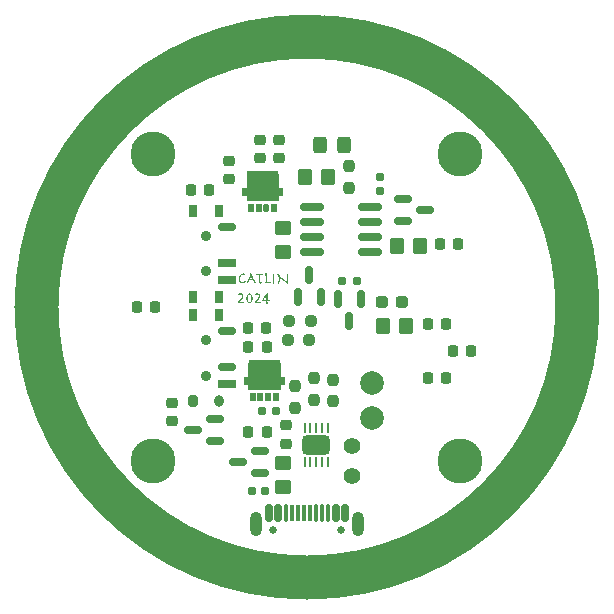
<source format=gbr>
%TF.GenerationSoftware,KiCad,Pcbnew,7.0.11*%
%TF.CreationDate,2024-09-02T12:26:07-05:00*%
%TF.ProjectId,uv_light,75765f6c-6967-4687-942e-6b696361645f,rev?*%
%TF.SameCoordinates,PX5f5e100PY5f5e100*%
%TF.FileFunction,Soldermask,Top*%
%TF.FilePolarity,Negative*%
%FSLAX46Y46*%
G04 Gerber Fmt 4.6, Leading zero omitted, Abs format (unit mm)*
G04 Created by KiCad (PCBNEW 7.0.11) date 2024-09-02 12:26:07*
%MOMM*%
%LPD*%
G01*
G04 APERTURE LIST*
G04 Aperture macros list*
%AMRoundRect*
0 Rectangle with rounded corners*
0 $1 Rounding radius*
0 $2 $3 $4 $5 $6 $7 $8 $9 X,Y pos of 4 corners*
0 Add a 4 corners polygon primitive as box body*
4,1,4,$2,$3,$4,$5,$6,$7,$8,$9,$2,$3,0*
0 Add four circle primitives for the rounded corners*
1,1,$1+$1,$2,$3*
1,1,$1+$1,$4,$5*
1,1,$1+$1,$6,$7*
1,1,$1+$1,$8,$9*
0 Add four rect primitives between the rounded corners*
20,1,$1+$1,$2,$3,$4,$5,0*
20,1,$1+$1,$4,$5,$6,$7,0*
20,1,$1+$1,$6,$7,$8,$9,0*
20,1,$1+$1,$8,$9,$2,$3,0*%
G04 Aperture macros list end*
%ADD10C,3.700000*%
%ADD11C,0.150000*%
%ADD12C,0.010000*%
%ADD13C,0.650000*%
%ADD14RoundRect,0.150000X-0.150000X-0.575000X0.150000X-0.575000X0.150000X0.575000X-0.150000X0.575000X0*%
%ADD15R,0.300000X1.450000*%
%ADD16RoundRect,0.075000X-0.075000X-0.650000X0.075000X-0.650000X0.075000X0.650000X-0.075000X0.650000X0*%
%ADD17O,1.000000X2.100000*%
%ADD18O,1.000000X1.600000*%
%ADD19RoundRect,0.225000X0.225000X0.250000X-0.225000X0.250000X-0.225000X-0.250000X0.225000X-0.250000X0*%
%ADD20RoundRect,0.102000X0.175000X-0.250000X0.175000X0.250000X-0.175000X0.250000X-0.175000X-0.250000X0*%
%ADD21C,2.000000*%
%ADD22RoundRect,0.250000X0.350000X0.450000X-0.350000X0.450000X-0.350000X-0.450000X0.350000X-0.450000X0*%
%ADD23RoundRect,0.062500X0.062500X-0.362500X0.062500X0.362500X-0.062500X0.362500X-0.062500X-0.362500X0*%
%ADD24RoundRect,0.090000X0.035000X-0.335000X0.035000X0.335000X-0.035000X0.335000X-0.035000X-0.335000X0*%
%ADD25RoundRect,0.412500X0.777500X-0.412500X0.777500X0.412500X-0.777500X0.412500X-0.777500X-0.412500X0*%
%ADD26RoundRect,0.225000X-0.250000X0.225000X-0.250000X-0.225000X0.250000X-0.225000X0.250000X0.225000X0*%
%ADD27RoundRect,0.237500X0.237500X-0.250000X0.237500X0.250000X-0.237500X0.250000X-0.237500X-0.250000X0*%
%ADD28RoundRect,0.150000X-0.150000X0.587500X-0.150000X-0.587500X0.150000X-0.587500X0.150000X0.587500X0*%
%ADD29RoundRect,0.225000X0.250000X-0.225000X0.250000X0.225000X-0.250000X0.225000X-0.250000X-0.225000X0*%
%ADD30C,3.800000*%
%ADD31RoundRect,0.160000X0.160000X-0.197500X0.160000X0.197500X-0.160000X0.197500X-0.160000X-0.197500X0*%
%ADD32RoundRect,0.150000X0.587500X0.150000X-0.587500X0.150000X-0.587500X-0.150000X0.587500X-0.150000X0*%
%ADD33R,0.800000X1.000000*%
%ADD34C,0.900000*%
%ADD35RoundRect,0.175000X-0.575000X0.175000X-0.575000X-0.175000X0.575000X-0.175000X0.575000X0.175000X0*%
%ADD36R,1.500000X0.700000*%
%ADD37RoundRect,0.155000X-0.212500X-0.155000X0.212500X-0.155000X0.212500X0.155000X-0.212500X0.155000X0*%
%ADD38RoundRect,0.237500X0.287500X0.237500X-0.287500X0.237500X-0.287500X-0.237500X0.287500X-0.237500X0*%
%ADD39RoundRect,0.250000X-0.325000X-0.450000X0.325000X-0.450000X0.325000X0.450000X-0.325000X0.450000X0*%
%ADD40RoundRect,0.138500X0.138500X-0.213500X0.138500X0.213500X-0.138500X0.213500X-0.138500X-0.213500X0*%
%ADD41RoundRect,0.250000X-0.350000X-0.450000X0.350000X-0.450000X0.350000X0.450000X-0.350000X0.450000X0*%
%ADD42RoundRect,0.225000X-0.225000X-0.250000X0.225000X-0.250000X0.225000X0.250000X-0.225000X0.250000X0*%
%ADD43RoundRect,0.150000X0.825000X0.150000X-0.825000X0.150000X-0.825000X-0.150000X0.825000X-0.150000X0*%
%ADD44RoundRect,0.150000X-0.587500X-0.150000X0.587500X-0.150000X0.587500X0.150000X-0.587500X0.150000X0*%
%ADD45RoundRect,0.250000X0.450000X-0.350000X0.450000X0.350000X-0.450000X0.350000X-0.450000X-0.350000X0*%
%ADD46RoundRect,0.237500X-0.237500X0.250000X-0.237500X-0.250000X0.237500X-0.250000X0.237500X0.250000X0*%
%ADD47RoundRect,0.237500X-0.250000X-0.237500X0.250000X-0.237500X0.250000X0.237500X-0.250000X0.237500X0*%
%ADD48C,1.400000*%
%ADD49RoundRect,0.150000X0.150000X-0.587500X0.150000X0.587500X-0.150000X0.587500X-0.150000X-0.587500X0*%
%ADD50RoundRect,0.400000X0.000000X0.100000X0.000000X-0.100000X0.000000X-0.100000X0.000000X0.100000X0*%
%ADD51RoundRect,0.200000X-0.200000X0.300000X-0.200000X-0.300000X0.200000X-0.300000X0.200000X0.300000X0*%
%ADD52RoundRect,0.160000X-0.197500X-0.160000X0.197500X-0.160000X0.197500X0.160000X-0.197500X0.160000X0*%
%ADD53RoundRect,0.160000X0.197500X0.160000X-0.197500X0.160000X-0.197500X-0.160000X0.197500X-0.160000X0*%
G04 APERTURE END LIST*
D10*
X22900000Y0D02*
G75*
G03*
X-22900000Y0I-22900000J0D01*
G01*
X-22900000Y0D02*
G75*
G03*
X22900000Y0I22900000J0D01*
G01*
D11*
G36*
X-5768329Y2349024D02*
G01*
X-5768216Y2336813D01*
X-5767876Y2324851D01*
X-5767309Y2313137D01*
X-5766516Y2301671D01*
X-5765496Y2290453D01*
X-5764249Y2279483D01*
X-5762775Y2268761D01*
X-5761075Y2258287D01*
X-5759148Y2248062D01*
X-5756995Y2238084D01*
X-5754615Y2228354D01*
X-5752008Y2218873D01*
X-5747672Y2205115D01*
X-5742827Y2191916D01*
X-5739313Y2183427D01*
X-5733712Y2171150D01*
X-5727871Y2159324D01*
X-5721790Y2147949D01*
X-5715470Y2137025D01*
X-5708910Y2126551D01*
X-5702111Y2116528D01*
X-5695072Y2106956D01*
X-5687793Y2097835D01*
X-5680275Y2089165D01*
X-5672517Y2080945D01*
X-5667213Y2075716D01*
X-5659129Y2068230D01*
X-5650953Y2061161D01*
X-5642684Y2054509D01*
X-5634322Y2048273D01*
X-5625868Y2042453D01*
X-5617321Y2037050D01*
X-5608681Y2032063D01*
X-5599948Y2027493D01*
X-5591123Y2023339D01*
X-5582205Y2019602D01*
X-5576208Y2017342D01*
X-5567284Y2014243D01*
X-5558565Y2011448D01*
X-5550050Y2008959D01*
X-5539017Y2006114D01*
X-5528347Y2003811D01*
X-5518041Y2002050D01*
X-5508099Y2000830D01*
X-5498522Y2000153D01*
X-5491578Y2000000D01*
X-5481848Y2000129D01*
X-5471949Y2000516D01*
X-5461879Y2001160D01*
X-5451639Y2002061D01*
X-5441230Y2003220D01*
X-5437722Y2003664D01*
X-5428925Y2004945D01*
X-5418539Y2006639D01*
X-5408338Y2008506D01*
X-5398322Y2010543D01*
X-5388492Y2012753D01*
X-5383647Y2013922D01*
X-5374134Y2016381D01*
X-5364883Y2018994D01*
X-5355895Y2021762D01*
X-5347171Y2024684D01*
X-5338708Y2027761D01*
X-5335946Y2028821D01*
X-5326664Y2032703D01*
X-5318245Y2036655D01*
X-5309679Y2041258D01*
X-5301388Y2046545D01*
X-5300555Y2047139D01*
X-5292428Y2052606D01*
X-5284533Y2058382D01*
X-5276869Y2064467D01*
X-5269437Y2070861D01*
X-5262237Y2077565D01*
X-5259889Y2079868D01*
X-5253014Y2086869D01*
X-5246401Y2093767D01*
X-5240051Y2100562D01*
X-5232975Y2108359D01*
X-5226257Y2116016D01*
X-5220001Y2123462D01*
X-5213547Y2131629D01*
X-5207835Y2139430D01*
X-5202296Y2147767D01*
X-5197544Y2156283D01*
X-5193997Y2165427D01*
X-5193284Y2170482D01*
X-5194349Y2180791D01*
X-5197940Y2190654D01*
X-5202296Y2197104D01*
X-5209272Y2203223D01*
X-5217806Y2206802D01*
X-5226916Y2207851D01*
X-5236280Y2206062D01*
X-5244791Y2202055D01*
X-5252982Y2196671D01*
X-5260555Y2190660D01*
X-5261867Y2189533D01*
X-5270028Y2182543D01*
X-5277206Y2176535D01*
X-5284728Y2170360D01*
X-5292594Y2164018D01*
X-5300803Y2157509D01*
X-5309355Y2150832D01*
X-5311107Y2149477D01*
X-5320103Y2142868D01*
X-5327594Y2137735D01*
X-5335346Y2132739D01*
X-5343359Y2127881D01*
X-5351633Y2123160D01*
X-5360169Y2118577D01*
X-5368965Y2114131D01*
X-5375733Y2110887D01*
X-5384924Y2106880D01*
X-5394363Y2103407D01*
X-5404049Y2100468D01*
X-5413982Y2098064D01*
X-5424162Y2096194D01*
X-5434590Y2094858D01*
X-5445265Y2094057D01*
X-5456187Y2093790D01*
X-5464983Y2094041D01*
X-5476506Y2095157D01*
X-5487796Y2097166D01*
X-5498852Y2100069D01*
X-5509674Y2103864D01*
X-5520264Y2108552D01*
X-5530619Y2114134D01*
X-5540741Y2120608D01*
X-5543235Y2122366D01*
X-5550595Y2127895D01*
X-5557753Y2133672D01*
X-5564711Y2139698D01*
X-5571468Y2145974D01*
X-5578024Y2152498D01*
X-5584379Y2159272D01*
X-5590533Y2166294D01*
X-5596486Y2173566D01*
X-5602238Y2181086D01*
X-5607790Y2188856D01*
X-5611379Y2194174D01*
X-5616584Y2202331D01*
X-5621564Y2210591D01*
X-5626321Y2218955D01*
X-5630853Y2227421D01*
X-5635162Y2235991D01*
X-5639246Y2244663D01*
X-5644343Y2256387D01*
X-5649042Y2268294D01*
X-5653342Y2280384D01*
X-5655342Y2286497D01*
X-5658949Y2298610D01*
X-5662074Y2310403D01*
X-5664719Y2321874D01*
X-5666883Y2333026D01*
X-5668566Y2343856D01*
X-5669768Y2354366D01*
X-5670489Y2364556D01*
X-5670730Y2374425D01*
X-5670455Y2385538D01*
X-5669764Y2396865D01*
X-5668836Y2407764D01*
X-5667827Y2417686D01*
X-5666604Y2428372D01*
X-5666333Y2430601D01*
X-5664793Y2441976D01*
X-5662920Y2453661D01*
X-5660714Y2465656D01*
X-5658710Y2475475D01*
X-5656493Y2485493D01*
X-5654063Y2495709D01*
X-5651420Y2506124D01*
X-5650726Y2508758D01*
X-5647790Y2519337D01*
X-5644585Y2529946D01*
X-5641113Y2540586D01*
X-5637372Y2551257D01*
X-5633364Y2561957D01*
X-5629088Y2572689D01*
X-5624544Y2583451D01*
X-5619732Y2594243D01*
X-5614556Y2604910D01*
X-5609029Y2615294D01*
X-5603153Y2625396D01*
X-5596926Y2635215D01*
X-5590348Y2644752D01*
X-5583421Y2654007D01*
X-5576142Y2662979D01*
X-5568514Y2671668D01*
X-5560463Y2680083D01*
X-5552028Y2688109D01*
X-5543207Y2695745D01*
X-5534003Y2702992D01*
X-5524413Y2709850D01*
X-5514439Y2716319D01*
X-5504080Y2722398D01*
X-5496058Y2726702D01*
X-5493336Y2728088D01*
X-5484997Y2732060D01*
X-5476384Y2735642D01*
X-5467496Y2738832D01*
X-5458333Y2741632D01*
X-5448897Y2744042D01*
X-5439186Y2746060D01*
X-5429201Y2747688D01*
X-5418941Y2748925D01*
X-5408407Y2749772D01*
X-5397599Y2750228D01*
X-5390241Y2750315D01*
X-5380431Y2749600D01*
X-5371524Y2747455D01*
X-5362688Y2743396D01*
X-5359467Y2741278D01*
X-5351863Y2735391D01*
X-5344990Y2729027D01*
X-5338272Y2721476D01*
X-5337705Y2720761D01*
X-5331638Y2713008D01*
X-5325832Y2705197D01*
X-5320779Y2698047D01*
X-5314380Y2691200D01*
X-5305742Y2687206D01*
X-5301654Y2686811D01*
X-5292668Y2688448D01*
X-5283828Y2692455D01*
X-5279013Y2695360D01*
X-5270963Y2701013D01*
X-5263299Y2707286D01*
X-5256022Y2714179D01*
X-5254613Y2715632D01*
X-5247770Y2723231D01*
X-5241527Y2731069D01*
X-5235886Y2739145D01*
X-5234830Y2740789D01*
X-5229949Y2749794D01*
X-5226935Y2759090D01*
X-5226257Y2765702D01*
X-5227362Y2775576D01*
X-5230677Y2785417D01*
X-5236203Y2795223D01*
X-5242495Y2803368D01*
X-5250323Y2811490D01*
X-5257691Y2817970D01*
X-5265927Y2824095D01*
X-5274919Y2829403D01*
X-5284667Y2833895D01*
X-5295170Y2837570D01*
X-5306429Y2840429D01*
X-5315369Y2842037D01*
X-5324734Y2843185D01*
X-5334524Y2843874D01*
X-5344739Y2844104D01*
X-5353851Y2843982D01*
X-5363272Y2843615D01*
X-5373003Y2843005D01*
X-5383042Y2842150D01*
X-5393391Y2841051D01*
X-5404049Y2839707D01*
X-5415015Y2838120D01*
X-5426291Y2836288D01*
X-5437701Y2834132D01*
X-5449180Y2831571D01*
X-5457834Y2829385D01*
X-5466527Y2826971D01*
X-5475258Y2824330D01*
X-5484028Y2821462D01*
X-5492837Y2818365D01*
X-5501684Y2815042D01*
X-5510570Y2811490D01*
X-5519495Y2807712D01*
X-5528372Y2803692D01*
X-5537199Y2799420D01*
X-5545976Y2794894D01*
X-5554703Y2790115D01*
X-5563380Y2785082D01*
X-5572006Y2779796D01*
X-5580582Y2774257D01*
X-5589108Y2768465D01*
X-5597584Y2762419D01*
X-5606009Y2756120D01*
X-5611599Y2751780D01*
X-5619880Y2745053D01*
X-5627992Y2737970D01*
X-5635934Y2730530D01*
X-5643706Y2722734D01*
X-5651308Y2714582D01*
X-5658739Y2706073D01*
X-5666001Y2697208D01*
X-5673093Y2687987D01*
X-5680014Y2678409D01*
X-5686766Y2668475D01*
X-5691173Y2661654D01*
X-5697567Y2651157D01*
X-5703726Y2640274D01*
X-5709649Y2629004D01*
X-5715336Y2617347D01*
X-5720787Y2605304D01*
X-5726003Y2592875D01*
X-5730983Y2580060D01*
X-5735727Y2566858D01*
X-5740236Y2553269D01*
X-5743111Y2543996D01*
X-5745881Y2534550D01*
X-5747227Y2529763D01*
X-5749782Y2520041D01*
X-5752173Y2510109D01*
X-5754398Y2499968D01*
X-5756459Y2489616D01*
X-5758355Y2479054D01*
X-5760086Y2468283D01*
X-5761652Y2457301D01*
X-5763054Y2446110D01*
X-5764290Y2434709D01*
X-5765362Y2423098D01*
X-5766268Y2411277D01*
X-5767010Y2399246D01*
X-5767587Y2387005D01*
X-5767999Y2374555D01*
X-5768247Y2361894D01*
X-5768329Y2349024D01*
G37*
G36*
X-4737714Y2858824D02*
G01*
X-4729522Y2854359D01*
X-4722010Y2848108D01*
X-4714739Y2840684D01*
X-4712595Y2838279D01*
X-4706482Y2830777D01*
X-4700848Y2822846D01*
X-4695694Y2814486D01*
X-4691018Y2805696D01*
X-4686822Y2796476D01*
X-4681417Y2783843D01*
X-4675975Y2771098D01*
X-4670495Y2758243D01*
X-4664977Y2745277D01*
X-4659422Y2732200D01*
X-4653828Y2719013D01*
X-4648197Y2705715D01*
X-4642528Y2692307D01*
X-4636822Y2678788D01*
X-4631077Y2665158D01*
X-4625295Y2651417D01*
X-4619475Y2637566D01*
X-4613617Y2623604D01*
X-4607722Y2609531D01*
X-4601788Y2595348D01*
X-4595817Y2581054D01*
X-4589706Y2566637D01*
X-4583408Y2552024D01*
X-4576922Y2537214D01*
X-4570249Y2522207D01*
X-4563389Y2507004D01*
X-4556342Y2491604D01*
X-4549108Y2476008D01*
X-4541687Y2460215D01*
X-4534078Y2444226D01*
X-4526282Y2428040D01*
X-4518299Y2411658D01*
X-4510129Y2395079D01*
X-4501772Y2378303D01*
X-4493227Y2361331D01*
X-4488884Y2352771D01*
X-4484495Y2344163D01*
X-4480059Y2335505D01*
X-4475576Y2326797D01*
X-4472760Y2321322D01*
X-4467211Y2310585D01*
X-4461774Y2300132D01*
X-4456449Y2289964D01*
X-4451235Y2280080D01*
X-4446133Y2270480D01*
X-4441142Y2261164D01*
X-4436263Y2252133D01*
X-4431496Y2243386D01*
X-4424554Y2230799D01*
X-4417864Y2218851D01*
X-4411424Y2207543D01*
X-4405236Y2196875D01*
X-4399299Y2186846D01*
X-4395473Y2180469D01*
X-4389914Y2171261D01*
X-4384571Y2162483D01*
X-4379445Y2154134D01*
X-4372947Y2143670D01*
X-4366833Y2133969D01*
X-4361104Y2125031D01*
X-4355760Y2116856D01*
X-4349620Y2107712D01*
X-4346202Y2102772D01*
X-4339875Y2093756D01*
X-4334229Y2085891D01*
X-4327758Y2077193D01*
X-4321923Y2069854D01*
X-4321355Y2069186D01*
X-4315612Y2061105D01*
X-4312691Y2051780D01*
X-4312703Y2050512D01*
X-4313893Y2040341D01*
X-4317992Y2030953D01*
X-4325000Y2024913D01*
X-4331018Y2022135D01*
X-4339941Y2019456D01*
X-4348741Y2018563D01*
X-4352508Y2018621D01*
X-4361873Y2019089D01*
X-4370943Y2019784D01*
X-4372707Y2019972D01*
X-4381710Y2021055D01*
X-4391014Y2022376D01*
X-4400618Y2023936D01*
X-4402535Y2024303D01*
X-4411911Y2026134D01*
X-4420944Y2027966D01*
X-4429634Y2029798D01*
X-4432126Y2030348D01*
X-4440817Y2032546D01*
X-4449638Y2035660D01*
X-4451348Y2036168D01*
X-4460019Y2040733D01*
X-4466820Y2047488D01*
X-4472059Y2055688D01*
X-4475150Y2062002D01*
X-4479323Y2071795D01*
X-4482940Y2081975D01*
X-4485688Y2091347D01*
X-4486801Y2094679D01*
X-4490209Y2104212D01*
X-4493725Y2113577D01*
X-4497342Y2122962D01*
X-4501515Y2133601D01*
X-4503006Y2137359D01*
X-4506803Y2146780D01*
X-4510696Y2156236D01*
X-4514685Y2165728D01*
X-4518771Y2175255D01*
X-4522954Y2184819D01*
X-4527234Y2194418D01*
X-4530668Y2201993D01*
X-4534884Y2211130D01*
X-4539014Y2219896D01*
X-4543857Y2229928D01*
X-4548577Y2239428D01*
X-4553172Y2248395D01*
X-4558008Y2257625D01*
X-4563174Y2266469D01*
X-4569439Y2273797D01*
X-4574591Y2276210D01*
X-4583383Y2279240D01*
X-4592880Y2281716D01*
X-4602360Y2283708D01*
X-4611204Y2285276D01*
X-4614909Y2285878D01*
X-4624375Y2287308D01*
X-4634131Y2288631D01*
X-4644176Y2289846D01*
X-4654511Y2290954D01*
X-4665136Y2291954D01*
X-4676051Y2292848D01*
X-4680443Y2293204D01*
X-4691385Y2294013D01*
X-4702274Y2294702D01*
X-4713110Y2295272D01*
X-4723891Y2295723D01*
X-4734619Y2296055D01*
X-4745294Y2296267D01*
X-4751549Y2296398D01*
X-4761382Y2296588D01*
X-4770474Y2296741D01*
X-4780407Y2296879D01*
X-4789273Y2296965D01*
X-4798270Y2297000D01*
X-4807380Y2296982D01*
X-4817519Y2296913D01*
X-4826793Y2296793D01*
X-4836518Y2296588D01*
X-4846190Y2296267D01*
X-4855545Y2295623D01*
X-4864389Y2294364D01*
X-4873448Y2291871D01*
X-4881234Y2287753D01*
X-4887956Y2280880D01*
X-4890566Y2276621D01*
X-4894691Y2267681D01*
X-4898067Y2258165D01*
X-4898892Y2255478D01*
X-4902210Y2245575D01*
X-4905589Y2236473D01*
X-4909464Y2226805D01*
X-4913833Y2216569D01*
X-4917851Y2207607D01*
X-4919527Y2203945D01*
X-4923718Y2194808D01*
X-4927908Y2185694D01*
X-4932098Y2176604D01*
X-4936288Y2167538D01*
X-4940479Y2158496D01*
X-4944669Y2149477D01*
X-4947119Y2144118D01*
X-4951099Y2135387D01*
X-4955705Y2125241D01*
X-4960125Y2115455D01*
X-4964360Y2106030D01*
X-4968409Y2096965D01*
X-4970920Y2091237D01*
X-4974702Y2082149D01*
X-4978421Y2072216D01*
X-4981379Y2062038D01*
X-4982419Y2055936D01*
X-4984810Y2045220D01*
X-4987992Y2035536D01*
X-4992589Y2027111D01*
X-4994895Y2024320D01*
X-5002492Y2018469D01*
X-5011054Y2015632D01*
X-5012665Y2015352D01*
X-5022139Y2013644D01*
X-5031653Y2011841D01*
X-5040950Y2010014D01*
X-5046297Y2008976D01*
X-5055868Y2007256D01*
X-5065370Y2005730D01*
X-5074802Y2004397D01*
X-5076849Y2004126D01*
X-5085720Y2003001D01*
X-5094925Y2001932D01*
X-5104257Y2000977D01*
X-5110735Y2000505D01*
X-5119864Y2000000D01*
X-5121187Y2000042D01*
X-5129572Y2003034D01*
X-5135252Y2010747D01*
X-5138407Y2020393D01*
X-5139648Y2030287D01*
X-5139373Y2040224D01*
X-5138257Y2050371D01*
X-5135252Y2060328D01*
X-5134039Y2062447D01*
X-5127474Y2068962D01*
X-5119205Y2072785D01*
X-5116952Y2073489D01*
X-5107939Y2076954D01*
X-5098927Y2081457D01*
X-5091041Y2086249D01*
X-5083155Y2091836D01*
X-5078693Y2095591D01*
X-5072374Y2102483D01*
X-5066503Y2110887D01*
X-5061081Y2120801D01*
X-5056905Y2130218D01*
X-5053040Y2140684D01*
X-5051797Y2144624D01*
X-5048067Y2153977D01*
X-5043863Y2163457D01*
X-5039438Y2172970D01*
X-5035296Y2181637D01*
X-5030618Y2191243D01*
X-5026837Y2198943D01*
X-5021574Y2209657D01*
X-5016056Y2220883D01*
X-5011751Y2229637D01*
X-5007303Y2238680D01*
X-5002711Y2248010D01*
X-4997977Y2257628D01*
X-4993100Y2267533D01*
X-4988080Y2277726D01*
X-4982917Y2288207D01*
X-4979412Y2295358D01*
X-4974091Y2306224D01*
X-4968698Y2317257D01*
X-4963231Y2328457D01*
X-4957691Y2339825D01*
X-4952077Y2351361D01*
X-4946390Y2363064D01*
X-4940629Y2374934D01*
X-4939455Y2377356D01*
X-4843113Y2377356D01*
X-4837446Y2375467D01*
X-4828605Y2375158D01*
X-4610984Y2375158D01*
X-4705726Y2581787D01*
X-4710314Y2591726D01*
X-4714321Y2600783D01*
X-4718366Y2610485D01*
X-4722029Y2620199D01*
X-4725070Y2630147D01*
X-4726925Y2636772D01*
X-4732324Y2645290D01*
X-4734303Y2641382D01*
X-4736055Y2637122D01*
X-4739139Y2627705D01*
X-4739317Y2627109D01*
X-4742113Y2617377D01*
X-4744634Y2607921D01*
X-4747657Y2598151D01*
X-4751449Y2588870D01*
X-4817174Y2439882D01*
X-4820564Y2432127D01*
X-4824444Y2423292D01*
X-4828576Y2413950D01*
X-4832674Y2404787D01*
X-4837178Y2394941D01*
X-4840557Y2387133D01*
X-4843113Y2377356D01*
X-4939455Y2377356D01*
X-4934795Y2386972D01*
X-4928888Y2399177D01*
X-4922907Y2411550D01*
X-4918915Y2419872D01*
X-4913001Y2432309D01*
X-4907176Y2444690D01*
X-4901440Y2457016D01*
X-4895793Y2469285D01*
X-4890235Y2481499D01*
X-4884765Y2493657D01*
X-4879384Y2505759D01*
X-4874093Y2517806D01*
X-4868890Y2529796D01*
X-4863776Y2541731D01*
X-4860407Y2549632D01*
X-4855499Y2561343D01*
X-4850765Y2572887D01*
X-4846205Y2584264D01*
X-4841819Y2595473D01*
X-4837606Y2606515D01*
X-4833568Y2617389D01*
X-4829703Y2628096D01*
X-4826013Y2638635D01*
X-4822496Y2649007D01*
X-4819153Y2659212D01*
X-4816010Y2669129D01*
X-4813176Y2678638D01*
X-4809879Y2690682D01*
X-4807131Y2702001D01*
X-4804933Y2712595D01*
X-4803284Y2722464D01*
X-4801996Y2733781D01*
X-4801567Y2743964D01*
X-4801577Y2744317D01*
X-4803985Y2753734D01*
X-4806287Y2760965D01*
X-4809481Y2770587D01*
X-4812317Y2779599D01*
X-4815416Y2788905D01*
X-4816570Y2792889D01*
X-4818054Y2802827D01*
X-4817817Y2806091D01*
X-4814275Y2815669D01*
X-4808382Y2823099D01*
X-4802122Y2829167D01*
X-4794740Y2835401D01*
X-4786839Y2841173D01*
X-4779262Y2845924D01*
X-4770876Y2850489D01*
X-4762439Y2854362D01*
X-4760920Y2855013D01*
X-4751962Y2858219D01*
X-4742656Y2859735D01*
X-4737714Y2858824D01*
G37*
G36*
X-4206738Y2703420D02*
G01*
X-4068692Y2703420D01*
X-4067661Y2692986D01*
X-4066711Y2682474D01*
X-4065842Y2671885D01*
X-4065055Y2661219D01*
X-4064348Y2650476D01*
X-4063723Y2639655D01*
X-4063179Y2628757D01*
X-4062716Y2617782D01*
X-4062334Y2606730D01*
X-4062033Y2595600D01*
X-4061878Y2588137D01*
X-4061642Y2576892D01*
X-4061429Y2565594D01*
X-4061240Y2554246D01*
X-4061074Y2542845D01*
X-4060931Y2531394D01*
X-4060811Y2519890D01*
X-4060715Y2508336D01*
X-4060641Y2496729D01*
X-4060591Y2485072D01*
X-4060564Y2473362D01*
X-4060559Y2465527D01*
X-4060588Y2451880D01*
X-4060675Y2438597D01*
X-4060820Y2425679D01*
X-4061022Y2413126D01*
X-4061283Y2400938D01*
X-4061602Y2389115D01*
X-4061979Y2377656D01*
X-4062413Y2366563D01*
X-4062906Y2355835D01*
X-4063457Y2345472D01*
X-4063856Y2338765D01*
X-4064625Y2325836D01*
X-4065395Y2313425D01*
X-4066164Y2301534D01*
X-4066934Y2290161D01*
X-4067703Y2279307D01*
X-4068472Y2268973D01*
X-4069242Y2259157D01*
X-4070011Y2249861D01*
X-4070978Y2238899D01*
X-4071956Y2228604D01*
X-4073143Y2217132D01*
X-4074346Y2206622D01*
X-4075769Y2195576D01*
X-4076386Y2191243D01*
X-4077732Y2180496D01*
X-4078694Y2170726D01*
X-4079316Y2160903D01*
X-4079463Y2154118D01*
X-4079046Y2143931D01*
X-4077794Y2133521D01*
X-4075707Y2122888D01*
X-4072786Y2112032D01*
X-4069714Y2102814D01*
X-4067593Y2097209D01*
X-4063568Y2087999D01*
X-4059049Y2078991D01*
X-4054037Y2070186D01*
X-4048531Y2061584D01*
X-4042531Y2053185D01*
X-4036037Y2044988D01*
X-4033301Y2041766D01*
X-4026085Y2034055D01*
X-4018451Y2026797D01*
X-4010397Y2019992D01*
X-4001926Y2013640D01*
X-3993035Y2007741D01*
X-3983726Y2002296D01*
X-3979885Y2000245D01*
X-3969927Y1995671D01*
X-3959561Y1991873D01*
X-3950974Y1989392D01*
X-3942126Y1987408D01*
X-3933018Y1985919D01*
X-3923648Y1984927D01*
X-3914017Y1984431D01*
X-3909104Y1984369D01*
X-3899993Y1984872D01*
X-3890357Y1986379D01*
X-3881678Y1988471D01*
X-3872613Y1991302D01*
X-3863162Y1994871D01*
X-3853896Y1998787D01*
X-3845387Y2002840D01*
X-3836418Y2007742D01*
X-3828479Y2012831D01*
X-3822495Y2017342D01*
X-3816340Y2025081D01*
X-3811944Y2034133D01*
X-3809306Y2044498D01*
X-3808441Y2054645D01*
X-3808427Y2056176D01*
X-3809006Y2065951D01*
X-3810446Y2076158D01*
X-3811065Y2079624D01*
X-3815061Y2088796D01*
X-3823120Y2093292D01*
X-3828211Y2093790D01*
X-3837538Y2093790D01*
X-3846957Y2093790D01*
X-3847774Y2093790D01*
X-3857079Y2093790D01*
X-3866450Y2093790D01*
X-3869976Y2093790D01*
X-3879520Y2094040D01*
X-3888506Y2094792D01*
X-3898552Y2096354D01*
X-3907795Y2098638D01*
X-3916234Y2101644D01*
X-3921414Y2104048D01*
X-3929744Y2108793D01*
X-3937234Y2114052D01*
X-3944762Y2120693D01*
X-3951192Y2128005D01*
X-3952628Y2129938D01*
X-3957739Y2138120D01*
X-3962080Y2146790D01*
X-3965652Y2155950D01*
X-3968455Y2165597D01*
X-3970474Y2175672D01*
X-3971917Y2185869D01*
X-3972782Y2196189D01*
X-3973071Y2206630D01*
X-3973064Y2218728D01*
X-3973044Y2230657D01*
X-3973009Y2242419D01*
X-3972961Y2254013D01*
X-3972899Y2265439D01*
X-3972824Y2276697D01*
X-3972734Y2287787D01*
X-3972631Y2298710D01*
X-3972515Y2309464D01*
X-3972384Y2320050D01*
X-3972240Y2330469D01*
X-3972082Y2340719D01*
X-3971910Y2350802D01*
X-3971725Y2360717D01*
X-3971421Y2375274D01*
X-3971312Y2380042D01*
X-3970932Y2394145D01*
X-3970532Y2407969D01*
X-3970113Y2421514D01*
X-3969674Y2434779D01*
X-3969216Y2447766D01*
X-3968739Y2460474D01*
X-3968242Y2472902D01*
X-3967727Y2485052D01*
X-3967191Y2496922D01*
X-3966637Y2508513D01*
X-3966257Y2516086D01*
X-3965629Y2527238D01*
X-3964981Y2538162D01*
X-3964315Y2548859D01*
X-3963629Y2559328D01*
X-3962924Y2569570D01*
X-3962199Y2579584D01*
X-3961456Y2589371D01*
X-3960434Y2602066D01*
X-3959378Y2614356D01*
X-3958563Y2623308D01*
X-3957450Y2634872D01*
X-3956310Y2645992D01*
X-3955142Y2656670D01*
X-3953947Y2666906D01*
X-3952724Y2676698D01*
X-3951157Y2688316D01*
X-3949547Y2699243D01*
X-3948891Y2703420D01*
X-3939431Y2703420D01*
X-3929760Y2703420D01*
X-3919703Y2703420D01*
X-3914160Y2703420D01*
X-3905053Y2703471D01*
X-3895870Y2703626D01*
X-3886609Y2703884D01*
X-3877271Y2704244D01*
X-3867856Y2704708D01*
X-3864700Y2704885D01*
X-3855162Y2705435D01*
X-3845669Y2705984D01*
X-3836223Y2706534D01*
X-3826823Y2707084D01*
X-3817469Y2707633D01*
X-3814362Y2707816D01*
X-3805240Y2708500D01*
X-3795087Y2709407D01*
X-3785459Y2710430D01*
X-3776358Y2711571D01*
X-3770178Y2712457D01*
X-3761533Y2714934D01*
X-3753424Y2719153D01*
X-3748636Y2722471D01*
X-3741215Y2728665D01*
X-3734364Y2735495D01*
X-3728633Y2742255D01*
X-3722873Y2749950D01*
X-3717242Y2758279D01*
X-3713465Y2764481D01*
X-3709108Y2773704D01*
X-3707097Y2783269D01*
X-3707091Y2783776D01*
X-3708010Y2793653D01*
X-3712097Y2803644D01*
X-3719454Y2810002D01*
X-3728574Y2812585D01*
X-3733249Y2812841D01*
X-3746393Y2812772D01*
X-3759529Y2812566D01*
X-3772658Y2812222D01*
X-3785779Y2811742D01*
X-3798892Y2811123D01*
X-3811997Y2810368D01*
X-3825095Y2809475D01*
X-3838185Y2808444D01*
X-3851267Y2807277D01*
X-3864342Y2805971D01*
X-3873054Y2805025D01*
X-3886076Y2803628D01*
X-3899094Y2802369D01*
X-3912109Y2801247D01*
X-3925120Y2800262D01*
X-3938126Y2799415D01*
X-3951129Y2798705D01*
X-3964129Y2798133D01*
X-3977124Y2797698D01*
X-3990115Y2797400D01*
X-4003103Y2797240D01*
X-4011759Y2797209D01*
X-4021559Y2797235D01*
X-4031092Y2797312D01*
X-4040358Y2797441D01*
X-4049358Y2797621D01*
X-4060943Y2797942D01*
X-4072055Y2798354D01*
X-4082692Y2798858D01*
X-4092855Y2799453D01*
X-4102544Y2800140D01*
X-4111780Y2800873D01*
X-4120693Y2801606D01*
X-4131380Y2802521D01*
X-4141563Y2803437D01*
X-4151241Y2804353D01*
X-4160415Y2805269D01*
X-4167391Y2806002D01*
X-4177334Y2807067D01*
X-4186721Y2808063D01*
X-4195551Y2808990D01*
X-4205150Y2809985D01*
X-4213992Y2810887D01*
X-4223238Y2811742D01*
X-4232885Y2812411D01*
X-4241731Y2812772D01*
X-4247185Y2812841D01*
X-4256222Y2811123D01*
X-4264539Y2806641D01*
X-4272079Y2800321D01*
X-4276860Y2795255D01*
X-4282856Y2787820D01*
X-4287905Y2779695D01*
X-4291511Y2770097D01*
X-4292248Y2763748D01*
X-4291698Y2753826D01*
X-4290049Y2743842D01*
X-4287302Y2733798D01*
X-4283455Y2723692D01*
X-4278289Y2714823D01*
X-4270901Y2707874D01*
X-4261844Y2704133D01*
X-4254878Y2703420D01*
X-4245440Y2703420D01*
X-4236249Y2703420D01*
X-4230259Y2703420D01*
X-4221284Y2703420D01*
X-4211771Y2703420D01*
X-4206738Y2703420D01*
G37*
G36*
X-3150950Y2109421D02*
G01*
X-3379561Y2103804D01*
X-3388522Y2103160D01*
X-3396927Y2100873D01*
X-3405465Y2098448D01*
X-3408797Y2098186D01*
X-3416930Y2101606D01*
X-3416644Y2111854D01*
X-3416078Y2121845D01*
X-3415334Y2132340D01*
X-3414512Y2142638D01*
X-3413531Y2153973D01*
X-3412724Y2163943D01*
X-3411929Y2174390D01*
X-3411145Y2185314D01*
X-3410371Y2196715D01*
X-3409608Y2208593D01*
X-3409456Y2211026D01*
X-3408800Y2220895D01*
X-3408151Y2230963D01*
X-3407509Y2241228D01*
X-3406873Y2251693D01*
X-3406245Y2262355D01*
X-3405623Y2273217D01*
X-3405008Y2284276D01*
X-3404400Y2295534D01*
X-3403782Y2306861D01*
X-3403246Y2318127D01*
X-3402793Y2329331D01*
X-3402422Y2340475D01*
X-3402133Y2351558D01*
X-3401927Y2362579D01*
X-3401804Y2373539D01*
X-3401763Y2384439D01*
X-3401783Y2395792D01*
X-3401845Y2406772D01*
X-3401948Y2417377D01*
X-3402092Y2427609D01*
X-3402278Y2437466D01*
X-3402568Y2449262D01*
X-3402922Y2460474D01*
X-3403081Y2464795D01*
X-3403398Y2475588D01*
X-3403661Y2486595D01*
X-3403870Y2497818D01*
X-3404026Y2509254D01*
X-3404128Y2520906D01*
X-3404176Y2532772D01*
X-3404181Y2537579D01*
X-3404148Y2548550D01*
X-3404049Y2559572D01*
X-3403885Y2570646D01*
X-3403655Y2581772D01*
X-3403359Y2592949D01*
X-3402998Y2604177D01*
X-3402571Y2615457D01*
X-3402079Y2626789D01*
X-3401520Y2638172D01*
X-3400896Y2649606D01*
X-3400444Y2657258D01*
X-3399776Y2668768D01*
X-3399174Y2680307D01*
X-3398637Y2691877D01*
X-3398166Y2703477D01*
X-3397761Y2715107D01*
X-3397422Y2726767D01*
X-3397148Y2738457D01*
X-3396940Y2750177D01*
X-3396798Y2761927D01*
X-3396721Y2773707D01*
X-3396707Y2781578D01*
X-3396307Y2791744D01*
X-3395107Y2801911D01*
X-3393107Y2812077D01*
X-3391651Y2817726D01*
X-3389207Y2827662D01*
X-3387429Y2837842D01*
X-3386615Y2847994D01*
X-3386595Y2849721D01*
X-3388125Y2860352D01*
X-3392716Y2869436D01*
X-3399365Y2876214D01*
X-3405939Y2880496D01*
X-3414001Y2884588D01*
X-3422467Y2888034D01*
X-3431040Y2890342D01*
X-3437813Y2890998D01*
X-3446612Y2888988D01*
X-3454959Y2885091D01*
X-3462872Y2880496D01*
X-3471294Y2875153D01*
X-3479633Y2869383D01*
X-3487890Y2863185D01*
X-3495047Y2857412D01*
X-3496065Y2856560D01*
X-3502959Y2850494D01*
X-3510529Y2843362D01*
X-3517769Y2836015D01*
X-3524680Y2828455D01*
X-3525520Y2827495D01*
X-3531291Y2820122D01*
X-3536185Y2811807D01*
X-3538710Y2801850D01*
X-3537261Y2791481D01*
X-3534015Y2782105D01*
X-3532115Y2777914D01*
X-3528406Y2768636D01*
X-3525520Y2759229D01*
X-3523047Y2749641D01*
X-3520574Y2738644D01*
X-3518926Y2730531D01*
X-3516807Y2719412D01*
X-3515128Y2709564D01*
X-3513462Y2698869D01*
X-3511810Y2687327D01*
X-3510171Y2674937D01*
X-3508952Y2665089D01*
X-3507740Y2654764D01*
X-3506535Y2643963D01*
X-3505737Y2636497D01*
X-3504597Y2624779D01*
X-3503570Y2612340D01*
X-3502655Y2599180D01*
X-3501852Y2585298D01*
X-3501161Y2570695D01*
X-3500763Y2560559D01*
X-3500414Y2550102D01*
X-3500115Y2539325D01*
X-3499866Y2528227D01*
X-3499667Y2516809D01*
X-3499518Y2505070D01*
X-3499418Y2493010D01*
X-3499368Y2480630D01*
X-3499362Y2474320D01*
X-3499362Y2276728D01*
X-3499372Y2266034D01*
X-3499403Y2255692D01*
X-3499455Y2245701D01*
X-3499548Y2233706D01*
X-3499674Y2222260D01*
X-3499831Y2211362D01*
X-3500021Y2201012D01*
X-3500292Y2189357D01*
X-3500609Y2178389D01*
X-3500972Y2168108D01*
X-3501454Y2156982D01*
X-3502000Y2146790D01*
X-3502610Y2136846D01*
X-3504801Y2126512D01*
X-3508586Y2117276D01*
X-3513965Y2109140D01*
X-3514749Y2108200D01*
X-3520806Y2099976D01*
X-3525211Y2090884D01*
X-3527230Y2080937D01*
X-3527279Y2079135D01*
X-3525390Y2069156D01*
X-3522443Y2060328D01*
X-3518629Y2051487D01*
X-3514140Y2042760D01*
X-3509474Y2034927D01*
X-3503877Y2026508D01*
X-3497969Y2018377D01*
X-3492328Y2011236D01*
X-3485674Y2004839D01*
X-3477408Y2000703D01*
X-3472104Y2000000D01*
X-3462867Y2000550D01*
X-3452910Y2002580D01*
X-3443837Y2006107D01*
X-3435648Y2011129D01*
X-3430339Y2015632D01*
X-3421309Y2015632D01*
X-3420887Y2015632D01*
X-3411819Y2015632D01*
X-3402350Y2015632D01*
X-3398685Y2015632D01*
X-3389301Y2015632D01*
X-3379530Y2015632D01*
X-3369875Y2015632D01*
X-3360779Y2015632D01*
X-3357579Y2015632D01*
X-3347249Y2015632D01*
X-3337720Y2015632D01*
X-3327354Y2015632D01*
X-3318458Y2015632D01*
X-3309027Y2015632D01*
X-3299059Y2015632D01*
X-3288556Y2015632D01*
X-3278623Y2015621D01*
X-3269157Y2015586D01*
X-3260158Y2015529D01*
X-3249567Y2015425D01*
X-3239705Y2015286D01*
X-3230573Y2015110D01*
X-3222171Y2014899D01*
X-3212830Y2014716D01*
X-3202910Y2014502D01*
X-3194041Y2014289D01*
X-3185193Y2014044D01*
X-3181285Y2013922D01*
X-3171974Y2013558D01*
X-3162877Y2012967D01*
X-3160402Y2012701D01*
X-3152708Y2011480D01*
X-3143531Y2008839D01*
X-3134651Y2006269D01*
X-3125877Y2003706D01*
X-3123252Y2002931D01*
X-3114134Y2000928D01*
X-3104839Y2000072D01*
X-3101051Y2000000D01*
X-3092165Y2002782D01*
X-3085554Y2009480D01*
X-3081267Y2016853D01*
X-3076866Y2026548D01*
X-3072813Y2036397D01*
X-3069107Y2046400D01*
X-3067199Y2052024D01*
X-3064086Y2062075D01*
X-3061426Y2071894D01*
X-3059218Y2081481D01*
X-3058186Y2086707D01*
X-3056309Y2096908D01*
X-3054969Y2106800D01*
X-3054889Y2108689D01*
X-3056256Y2118872D01*
X-3061168Y2127447D01*
X-3069651Y2132755D01*
X-3078358Y2134593D01*
X-3083465Y2134823D01*
X-3092524Y2133857D01*
X-3101897Y2130959D01*
X-3110490Y2126761D01*
X-3117097Y2122610D01*
X-3124803Y2117889D01*
X-3133404Y2113752D01*
X-3142816Y2110704D01*
X-3150950Y2109421D01*
G37*
G36*
X-2861229Y2442569D02*
G01*
X-2861226Y2428714D01*
X-2861218Y2415118D01*
X-2861206Y2401779D01*
X-2861187Y2388698D01*
X-2861164Y2375874D01*
X-2861136Y2363308D01*
X-2861102Y2350999D01*
X-2861064Y2338949D01*
X-2861020Y2327155D01*
X-2860971Y2315620D01*
X-2860917Y2304341D01*
X-2860858Y2293321D01*
X-2860793Y2282558D01*
X-2860724Y2272053D01*
X-2860649Y2261805D01*
X-2860569Y2251815D01*
X-2860442Y2237305D01*
X-2860306Y2223267D01*
X-2860164Y2209702D01*
X-2860013Y2196608D01*
X-2859854Y2183987D01*
X-2859688Y2171839D01*
X-2859514Y2160162D01*
X-2859333Y2148958D01*
X-2859143Y2138226D01*
X-2858946Y2127967D01*
X-2858811Y2121389D01*
X-2858450Y2108788D01*
X-2858028Y2096873D01*
X-2857543Y2085646D01*
X-2856997Y2075105D01*
X-2856389Y2065252D01*
X-2855542Y2053900D01*
X-2854599Y2043623D01*
X-2854194Y2039812D01*
X-2852873Y2029119D01*
X-2851382Y2019387D01*
X-2849427Y2009249D01*
X-2846909Y1999266D01*
X-2845182Y1993894D01*
X-2841309Y1984964D01*
X-2835869Y1977271D01*
X-2830674Y1973378D01*
X-2821887Y1970047D01*
X-2813075Y1968778D01*
X-2811110Y1968737D01*
X-2801775Y1969819D01*
X-2792290Y1973816D01*
X-2784320Y1980759D01*
X-2778694Y1989053D01*
X-2774181Y1999512D01*
X-2771141Y2010489D01*
X-2769080Y2021228D01*
X-2767349Y2033707D01*
X-2766267Y2044208D01*
X-2765371Y2055689D01*
X-2764660Y2068148D01*
X-2764134Y2081586D01*
X-2763794Y2096003D01*
X-2763670Y2106158D01*
X-2763629Y2116749D01*
X-2763626Y2132579D01*
X-2763617Y2148198D01*
X-2763602Y2163604D01*
X-2763581Y2178798D01*
X-2763554Y2193779D01*
X-2763521Y2208549D01*
X-2763482Y2223106D01*
X-2763437Y2237450D01*
X-2763386Y2251583D01*
X-2763329Y2265503D01*
X-2763266Y2279211D01*
X-2763196Y2292706D01*
X-2763121Y2305990D01*
X-2763040Y2319061D01*
X-2762953Y2331920D01*
X-2762860Y2344566D01*
X-2762761Y2357000D01*
X-2762656Y2369222D01*
X-2762544Y2381232D01*
X-2762427Y2393029D01*
X-2762304Y2404614D01*
X-2762175Y2415987D01*
X-2762039Y2427148D01*
X-2761898Y2438096D01*
X-2761751Y2448832D01*
X-2761598Y2459355D01*
X-2761438Y2469667D01*
X-2761273Y2479766D01*
X-2761102Y2489653D01*
X-2760741Y2508790D01*
X-2760552Y2518040D01*
X-2760133Y2535999D01*
X-2759700Y2553302D01*
X-2759253Y2569949D01*
X-2758793Y2585939D01*
X-2758319Y2601273D01*
X-2757832Y2615950D01*
X-2757330Y2629971D01*
X-2756815Y2643336D01*
X-2756286Y2656044D01*
X-2755743Y2668096D01*
X-2755187Y2679492D01*
X-2754617Y2690231D01*
X-2754033Y2700313D01*
X-2753131Y2714207D01*
X-2752199Y2726623D01*
X-2751422Y2736517D01*
X-2750045Y2747195D01*
X-2748145Y2757202D01*
X-2745384Y2767656D01*
X-2742622Y2777724D01*
X-2740763Y2787869D01*
X-2739809Y2798091D01*
X-2739669Y2803804D01*
X-2742513Y2813467D01*
X-2748378Y2820894D01*
X-2756278Y2827626D01*
X-2759892Y2830182D01*
X-2768530Y2835607D01*
X-2776746Y2839699D01*
X-2785621Y2842744D01*
X-2794949Y2844090D01*
X-2795943Y2844104D01*
X-2804886Y2842489D01*
X-2813662Y2838678D01*
X-2821548Y2834014D01*
X-2823640Y2832624D01*
X-2832034Y2826793D01*
X-2840291Y2820534D01*
X-2847403Y2814707D01*
X-2854410Y2808553D01*
X-2856393Y2806735D01*
X-2863063Y2800302D01*
X-2870300Y2792635D01*
X-2877125Y2784632D01*
X-2883537Y2776293D01*
X-2884310Y2775227D01*
X-2889695Y2767060D01*
X-2894263Y2757925D01*
X-2896607Y2747832D01*
X-2896619Y2747139D01*
X-2895939Y2737362D01*
X-2893899Y2727447D01*
X-2891783Y2720761D01*
X-2887446Y2711290D01*
X-2882390Y2702939D01*
X-2876757Y2695062D01*
X-2873539Y2690964D01*
X-2868879Y2682495D01*
X-2866535Y2672945D01*
X-2866285Y2670691D01*
X-2865481Y2660685D01*
X-2865094Y2650772D01*
X-2864967Y2640627D01*
X-2864966Y2639428D01*
X-2864923Y2627696D01*
X-2864794Y2615700D01*
X-2864629Y2605915D01*
X-2864409Y2595963D01*
X-2864134Y2585842D01*
X-2863805Y2575553D01*
X-2863420Y2565096D01*
X-2863207Y2559805D01*
X-2862743Y2548677D01*
X-2862342Y2536541D01*
X-2862001Y2523398D01*
X-2861787Y2512879D01*
X-2861607Y2501794D01*
X-2861462Y2490142D01*
X-2861352Y2477923D01*
X-2861277Y2465137D01*
X-2861236Y2451785D01*
X-2861229Y2442569D01*
G37*
G36*
X-2381145Y2436218D02*
G01*
X-2381187Y2424559D01*
X-2381313Y2413091D01*
X-2381524Y2401814D01*
X-2381818Y2390728D01*
X-2382197Y2379832D01*
X-2382660Y2369128D01*
X-2383207Y2358614D01*
X-2383838Y2348291D01*
X-2384553Y2338159D01*
X-2385352Y2328217D01*
X-2386236Y2318466D01*
X-2387719Y2304198D01*
X-2389392Y2290359D01*
X-2391253Y2276950D01*
X-2391916Y2272576D01*
X-2393906Y2259752D01*
X-2395919Y2247294D01*
X-2397955Y2235200D01*
X-2400015Y2223471D01*
X-2402098Y2212108D01*
X-2404204Y2201109D01*
X-2406333Y2190475D01*
X-2408485Y2180206D01*
X-2410660Y2170302D01*
X-2412859Y2160763D01*
X-2414338Y2154606D01*
X-2417291Y2142810D01*
X-2420218Y2131602D01*
X-2423117Y2120981D01*
X-2425988Y2110948D01*
X-2428832Y2101502D01*
X-2432348Y2090522D01*
X-2435821Y2080460D01*
X-2437199Y2076693D01*
X-2440934Y2066183D01*
X-2443896Y2056634D01*
X-2446376Y2046710D01*
X-2447921Y2036971D01*
X-2448190Y2031752D01*
X-2446692Y2021580D01*
X-2442200Y2012590D01*
X-2441375Y2011480D01*
X-2434842Y2004467D01*
X-2427551Y1998390D01*
X-2425328Y1996825D01*
X-2417040Y1991923D01*
X-2408330Y1988330D01*
X-2405765Y1987544D01*
X-2397163Y1985374D01*
X-2388416Y1984372D01*
X-2387959Y1984369D01*
X-2379098Y1985468D01*
X-2370539Y1988765D01*
X-2362282Y1994261D01*
X-2355305Y2000873D01*
X-2354327Y2001954D01*
X-2347834Y2010490D01*
X-2342955Y2019145D01*
X-2338710Y2029037D01*
X-2335656Y2038225D01*
X-2333043Y2048271D01*
X-2331686Y2054711D01*
X-2330025Y2064485D01*
X-2328422Y2074483D01*
X-2326877Y2084704D01*
X-2325390Y2095148D01*
X-2323961Y2105816D01*
X-2322590Y2116707D01*
X-2321277Y2127821D01*
X-2320022Y2139158D01*
X-2318824Y2150718D01*
X-2317685Y2162502D01*
X-2316958Y2170482D01*
X-2315904Y2182563D01*
X-2314884Y2194628D01*
X-2313900Y2206675D01*
X-2312950Y2218705D01*
X-2312035Y2230717D01*
X-2311154Y2242713D01*
X-2310309Y2254691D01*
X-2309498Y2266653D01*
X-2308722Y2278597D01*
X-2307981Y2290524D01*
X-2307506Y2298465D01*
X-2306811Y2310288D01*
X-2306128Y2321944D01*
X-2305456Y2333432D01*
X-2304796Y2344753D01*
X-2304147Y2355906D01*
X-2303510Y2366892D01*
X-2302885Y2377711D01*
X-2302271Y2388362D01*
X-2301669Y2398845D01*
X-2301079Y2409162D01*
X-2300691Y2415946D01*
X-2300085Y2425776D01*
X-2299312Y2437833D01*
X-2298580Y2448692D01*
X-2297724Y2460581D01*
X-2296932Y2470598D01*
X-2295931Y2481476D01*
X-2295416Y2486044D01*
X-2288313Y2478793D01*
X-2281083Y2471572D01*
X-2274133Y2464731D01*
X-2266488Y2457289D01*
X-2259585Y2450629D01*
X-2252296Y2443782D01*
X-2244717Y2436828D01*
X-2236849Y2429767D01*
X-2228690Y2422598D01*
X-2220242Y2415322D01*
X-2211504Y2407939D01*
X-2207928Y2404955D01*
X-2200585Y2398964D01*
X-2192953Y2392835D01*
X-2185032Y2386568D01*
X-2176824Y2380164D01*
X-2168326Y2373623D01*
X-2159540Y2366945D01*
X-2150466Y2360129D01*
X-2141103Y2353176D01*
X-2131338Y2346012D01*
X-2123677Y2340455D01*
X-2115725Y2334738D01*
X-2107484Y2328863D01*
X-2098953Y2322828D01*
X-2090132Y2316635D01*
X-2081021Y2310283D01*
X-2071621Y2303773D01*
X-2061931Y2297103D01*
X-2051951Y2290274D01*
X-2048559Y2287963D01*
X-2038123Y2280947D01*
X-2027338Y2273729D01*
X-2016206Y2266309D01*
X-2008592Y2261251D01*
X-2000822Y2256103D01*
X-1992899Y2250865D01*
X-1984820Y2245537D01*
X-1976587Y2240120D01*
X-1968200Y2234613D01*
X-1959658Y2229017D01*
X-1950961Y2223330D01*
X-1942110Y2217554D01*
X-1933104Y2211689D01*
X-1923944Y2205733D01*
X-1919306Y2202722D01*
X-1909860Y2196615D01*
X-1900206Y2190384D01*
X-1890344Y2184029D01*
X-1880275Y2177550D01*
X-1869997Y2170947D01*
X-1859512Y2164219D01*
X-1848819Y2157368D01*
X-1837918Y2150393D01*
X-1826810Y2143294D01*
X-1815493Y2136070D01*
X-1803969Y2128723D01*
X-1792237Y2121252D01*
X-1780298Y2113656D01*
X-1768150Y2105937D01*
X-1755795Y2098094D01*
X-1743231Y2090126D01*
X-1735002Y2084020D01*
X-1727679Y2077181D01*
X-1721263Y2069610D01*
X-1715754Y2061305D01*
X-1710753Y2052818D01*
X-1706082Y2044453D01*
X-1701221Y2035188D01*
X-1697729Y2028088D01*
X-1693488Y2019313D01*
X-1688980Y2009925D01*
X-1684687Y2000918D01*
X-1683441Y1998291D01*
X-1678284Y1990365D01*
X-1670581Y1985239D01*
X-1664976Y1984369D01*
X-1655503Y1985210D01*
X-1646644Y1987052D01*
X-1640356Y1988765D01*
X-1631079Y1992038D01*
X-1622839Y1995880D01*
X-1614703Y2000573D01*
X-1611121Y2002931D01*
X-1603327Y2009009D01*
X-1596020Y2015975D01*
X-1589200Y2023829D01*
X-1585622Y2028577D01*
X-1580717Y2036729D01*
X-1576874Y2046702D01*
X-1574947Y2056281D01*
X-1574411Y2065213D01*
X-1574534Y2075304D01*
X-1574905Y2085547D01*
X-1575524Y2095942D01*
X-1576389Y2106490D01*
X-1577365Y2117588D01*
X-1578376Y2127875D01*
X-1579534Y2138699D01*
X-1580645Y2148405D01*
X-1581445Y2155095D01*
X-1582560Y2165636D01*
X-1583599Y2176745D01*
X-1584559Y2188420D01*
X-1585301Y2198582D01*
X-1585989Y2209137D01*
X-1586501Y2217865D01*
X-1587007Y2229301D01*
X-1587428Y2241321D01*
X-1587703Y2251358D01*
X-1587923Y2261769D01*
X-1588088Y2272554D01*
X-1588198Y2283712D01*
X-1588253Y2295245D01*
X-1588259Y2301152D01*
X-1588247Y2320528D01*
X-1588211Y2339395D01*
X-1588151Y2357752D01*
X-1588067Y2375600D01*
X-1587959Y2392939D01*
X-1587827Y2409767D01*
X-1587670Y2426087D01*
X-1587490Y2441897D01*
X-1587286Y2457197D01*
X-1587057Y2471988D01*
X-1586805Y2486270D01*
X-1586528Y2500042D01*
X-1586228Y2513305D01*
X-1585903Y2526058D01*
X-1585555Y2538301D01*
X-1585182Y2550035D01*
X-1584765Y2561350D01*
X-1584340Y2572334D01*
X-1583907Y2582988D01*
X-1583465Y2593312D01*
X-1583014Y2603306D01*
X-1582322Y2617678D01*
X-1581610Y2631307D01*
X-1580879Y2644194D01*
X-1580129Y2656337D01*
X-1579359Y2667738D01*
X-1578570Y2678396D01*
X-1577762Y2688312D01*
X-1577488Y2691452D01*
X-1576410Y2703382D01*
X-1575373Y2714380D01*
X-1574376Y2724448D01*
X-1573189Y2735722D01*
X-1572067Y2745542D01*
X-1570804Y2755405D01*
X-1570014Y2760817D01*
X-1568421Y2771327D01*
X-1567261Y2781555D01*
X-1566720Y2791813D01*
X-1566717Y2792569D01*
X-1567775Y2803407D01*
X-1571494Y2812899D01*
X-1578767Y2820093D01*
X-1583643Y2822366D01*
X-1593008Y2825318D01*
X-1602059Y2827303D01*
X-1611749Y2828377D01*
X-1615517Y2828472D01*
X-1624322Y2828126D01*
X-1633184Y2827210D01*
X-1642861Y2825722D01*
X-1643873Y2825541D01*
X-1652971Y2823719D01*
X-1661965Y2821549D01*
X-1670854Y2819030D01*
X-1675747Y2817481D01*
X-1684142Y2814210D01*
X-1692857Y2809668D01*
X-1700929Y2804173D01*
X-1703225Y2802338D01*
X-1709484Y2795436D01*
X-1713692Y2786355D01*
X-1715095Y2775716D01*
X-1714198Y2765893D01*
X-1711204Y2756646D01*
X-1708720Y2752268D01*
X-1703100Y2743867D01*
X-1697806Y2735563D01*
X-1695751Y2732241D01*
X-1690764Y2723425D01*
X-1686409Y2714016D01*
X-1683001Y2705374D01*
X-1680028Y2695594D01*
X-1677998Y2685473D01*
X-1676695Y2675515D01*
X-1675834Y2664529D01*
X-1675747Y2662876D01*
X-1675445Y2652872D01*
X-1675143Y2642890D01*
X-1674840Y2632928D01*
X-1674538Y2622988D01*
X-1674236Y2613068D01*
X-1673934Y2603170D01*
X-1673631Y2593292D01*
X-1673329Y2583436D01*
X-1673027Y2573600D01*
X-1672725Y2563786D01*
X-1672422Y2553992D01*
X-1672120Y2544219D01*
X-1671667Y2529600D01*
X-1671213Y2515028D01*
X-1670911Y2505339D01*
X-1670440Y2490732D01*
X-1670151Y2480844D01*
X-1669883Y2470836D01*
X-1669636Y2460708D01*
X-1669409Y2450459D01*
X-1669203Y2440090D01*
X-1669018Y2429601D01*
X-1668853Y2418992D01*
X-1668709Y2408262D01*
X-1668585Y2397412D01*
X-1668482Y2386443D01*
X-1668400Y2375352D01*
X-1668338Y2364142D01*
X-1668297Y2352811D01*
X-1668276Y2341361D01*
X-1668273Y2335590D01*
X-1668305Y2324748D01*
X-1668400Y2314232D01*
X-1668557Y2304044D01*
X-1668778Y2294183D01*
X-1668933Y2288696D01*
X-1669304Y2277964D01*
X-1669757Y2267263D01*
X-1670293Y2256593D01*
X-1670911Y2245953D01*
X-1671516Y2235283D01*
X-1672230Y2224276D01*
X-1672945Y2214371D01*
X-1673745Y2204208D01*
X-1673989Y2201257D01*
X-1674747Y2191090D01*
X-1675485Y2181321D01*
X-1676303Y2170643D01*
X-1677093Y2160484D01*
X-1677286Y2158026D01*
X-1688257Y2164363D01*
X-1699189Y2170734D01*
X-1710081Y2177140D01*
X-1720934Y2183580D01*
X-1731747Y2190054D01*
X-1742521Y2196563D01*
X-1753255Y2203106D01*
X-1763949Y2209683D01*
X-1774605Y2216295D01*
X-1785220Y2222941D01*
X-1795796Y2229621D01*
X-1806333Y2236336D01*
X-1816830Y2243085D01*
X-1827288Y2249869D01*
X-1837706Y2256686D01*
X-1848085Y2263539D01*
X-1858410Y2270478D01*
X-1868720Y2277495D01*
X-1879018Y2284590D01*
X-1889301Y2291764D01*
X-1899571Y2299016D01*
X-1909826Y2306346D01*
X-1920069Y2313754D01*
X-1930297Y2321241D01*
X-1940512Y2328806D01*
X-1950713Y2336449D01*
X-1960900Y2344170D01*
X-1971073Y2351970D01*
X-1981233Y2359847D01*
X-1991379Y2367804D01*
X-2001511Y2375838D01*
X-2011630Y2383950D01*
X-2021727Y2392192D01*
X-2031850Y2400555D01*
X-2041998Y2409038D01*
X-2052173Y2417641D01*
X-2062373Y2426364D01*
X-2072599Y2435207D01*
X-2082850Y2444170D01*
X-2093128Y2453254D01*
X-2103431Y2462458D01*
X-2113760Y2471782D01*
X-2124114Y2481227D01*
X-2134495Y2490791D01*
X-2144901Y2500476D01*
X-2155333Y2510281D01*
X-2165791Y2520206D01*
X-2176274Y2530252D01*
X-2186833Y2540491D01*
X-2197517Y2550936D01*
X-2208327Y2561587D01*
X-2219262Y2572445D01*
X-2230323Y2583508D01*
X-2241509Y2594778D01*
X-2252820Y2606253D01*
X-2264256Y2617935D01*
X-2275818Y2629823D01*
X-2287506Y2641916D01*
X-2299318Y2654216D01*
X-2311256Y2666722D01*
X-2323320Y2679434D01*
X-2335509Y2692353D01*
X-2347823Y2705477D01*
X-2360262Y2718807D01*
X-2367014Y2725982D01*
X-2373503Y2732852D01*
X-2381746Y2741538D01*
X-2389522Y2749682D01*
X-2396831Y2757284D01*
X-2403673Y2764344D01*
X-2411568Y2772407D01*
X-2418734Y2779624D01*
X-2425251Y2786219D01*
X-2432505Y2793409D01*
X-2440187Y2800798D01*
X-2447027Y2807113D01*
X-2453026Y2812352D01*
X-2460170Y2818387D01*
X-2467863Y2824030D01*
X-2471051Y2825786D01*
X-2479624Y2828378D01*
X-2481602Y2828472D01*
X-2491373Y2827854D01*
X-2500572Y2825999D01*
X-2509199Y2822908D01*
X-2517254Y2818580D01*
X-2524737Y2813016D01*
X-2527104Y2810887D01*
X-2534299Y2803252D01*
X-2540358Y2794669D01*
X-2544415Y2785195D01*
X-2545569Y2776937D01*
X-2544456Y2766968D01*
X-2542052Y2759107D01*
X-2537670Y2750151D01*
X-2532398Y2741344D01*
X-2528204Y2734927D01*
X-2522392Y2726715D01*
X-2516428Y2718677D01*
X-2510663Y2711155D01*
X-2504295Y2703049D01*
X-2498528Y2695848D01*
X-2492240Y2688163D01*
X-2485330Y2679763D01*
X-2479354Y2672527D01*
X-2472979Y2664833D01*
X-2466206Y2656682D01*
X-2459035Y2648072D01*
X-2451465Y2639005D01*
X-2447530Y2634299D01*
X-2441031Y2626311D01*
X-2434887Y2618285D01*
X-2429099Y2610220D01*
X-2423666Y2602116D01*
X-2418589Y2593974D01*
X-2412372Y2583058D01*
X-2406787Y2572072D01*
X-2401835Y2561018D01*
X-2397514Y2549896D01*
X-2396532Y2547104D01*
X-2392926Y2535595D01*
X-2389800Y2523413D01*
X-2387772Y2513836D01*
X-2386014Y2503881D01*
X-2384526Y2493549D01*
X-2383309Y2482838D01*
X-2382362Y2471750D01*
X-2381686Y2460284D01*
X-2381280Y2448440D01*
X-2381145Y2436218D01*
G37*
G36*
X-5816469Y435283D02*
G01*
X-5816469Y358835D01*
X-5814859Y348799D01*
X-5810028Y339514D01*
X-5803679Y332475D01*
X-5802841Y331724D01*
X-5795364Y326057D01*
X-5787076Y321649D01*
X-5779100Y320000D01*
X-5770297Y321288D01*
X-5761954Y325862D01*
X-5754743Y331539D01*
X-5749205Y335632D01*
X-5740287Y335632D01*
X-5731619Y335632D01*
X-5722786Y335632D01*
X-5713433Y335632D01*
X-5703514Y335632D01*
X-5697987Y335632D01*
X-5688819Y335632D01*
X-5678461Y335632D01*
X-5668920Y335632D01*
X-5658553Y335632D01*
X-5649664Y335632D01*
X-5640246Y335632D01*
X-5635339Y335632D01*
X-5624915Y335632D01*
X-5613646Y335632D01*
X-5604639Y335632D01*
X-5595158Y335632D01*
X-5585201Y335632D01*
X-5574769Y335632D01*
X-5563861Y335632D01*
X-5552479Y335632D01*
X-5540621Y335632D01*
X-5528287Y335632D01*
X-5516857Y335632D01*
X-5505976Y335632D01*
X-5495644Y335632D01*
X-5485862Y335632D01*
X-5476630Y335632D01*
X-5465862Y335632D01*
X-5455953Y335632D01*
X-5452230Y335632D01*
X-5443114Y335602D01*
X-5432955Y335488D01*
X-5423645Y335287D01*
X-5413858Y334945D01*
X-5404090Y334411D01*
X-5394557Y333823D01*
X-5385679Y333078D01*
X-5376832Y331968D01*
X-5368125Y330395D01*
X-5361885Y328549D01*
X-5352132Y325644D01*
X-5342356Y323014D01*
X-5333295Y321011D01*
X-5324516Y320000D01*
X-5315372Y322050D01*
X-5307892Y328197D01*
X-5302534Y337342D01*
X-5298975Y346318D01*
X-5295774Y355660D01*
X-5292930Y365369D01*
X-5290444Y375444D01*
X-5288300Y385595D01*
X-5286487Y395533D01*
X-5285003Y405257D01*
X-5283849Y414767D01*
X-5282893Y424575D01*
X-5282104Y434827D01*
X-5281871Y441389D01*
X-5282953Y451327D01*
X-5286567Y460542D01*
X-5289564Y464837D01*
X-5296633Y471348D01*
X-5305536Y474325D01*
X-5306710Y474362D01*
X-5315868Y472662D01*
X-5322317Y468989D01*
X-5330286Y463982D01*
X-5338460Y460093D01*
X-5340562Y459219D01*
X-5349257Y456000D01*
X-5357839Y453323D01*
X-5366576Y450911D01*
X-5371337Y449693D01*
X-5380506Y447885D01*
X-5389337Y446689D01*
X-5399064Y445819D01*
X-5407854Y445343D01*
X-5417267Y445094D01*
X-5423214Y445053D01*
X-5432711Y445053D01*
X-5442187Y445053D01*
X-5451643Y445053D01*
X-5461078Y445053D01*
X-5470492Y445053D01*
X-5479886Y445053D01*
X-5489259Y445053D01*
X-5498612Y445053D01*
X-5507944Y445053D01*
X-5517255Y445053D01*
X-5526546Y445053D01*
X-5535816Y445053D01*
X-5545066Y445053D01*
X-5554295Y445053D01*
X-5563503Y445053D01*
X-5572691Y445053D01*
X-5581878Y445053D01*
X-5591083Y445053D01*
X-5600308Y445053D01*
X-5609551Y445053D01*
X-5618814Y445053D01*
X-5628095Y445053D01*
X-5637395Y445053D01*
X-5646715Y445053D01*
X-5656053Y445053D01*
X-5665409Y445053D01*
X-5674785Y445053D01*
X-5684180Y445053D01*
X-5693593Y445053D01*
X-5703026Y445053D01*
X-5712477Y445053D01*
X-5721947Y445053D01*
X-5723926Y441389D01*
X-5718430Y447007D01*
X-5470255Y704927D01*
X-5463266Y712190D01*
X-5456585Y719567D01*
X-5450214Y727058D01*
X-5444152Y734664D01*
X-5438399Y742384D01*
X-5432955Y750219D01*
X-5427820Y758168D01*
X-5422994Y766232D01*
X-5417269Y776366D01*
X-5411909Y786463D01*
X-5406914Y796525D01*
X-5402283Y806551D01*
X-5398018Y816542D01*
X-5394117Y826496D01*
X-5392659Y830468D01*
X-5389180Y840337D01*
X-5386022Y850098D01*
X-5383186Y859752D01*
X-5380672Y869299D01*
X-5378081Y880613D01*
X-5375953Y891773D01*
X-5374160Y902664D01*
X-5372738Y912988D01*
X-5371687Y922745D01*
X-5370930Y933412D01*
X-5370677Y943308D01*
X-5370824Y954052D01*
X-5371265Y964391D01*
X-5371999Y974328D01*
X-5373435Y986948D01*
X-5375392Y998851D01*
X-5377872Y1010037D01*
X-5380874Y1020505D01*
X-5384398Y1030255D01*
X-5387384Y1037097D01*
X-5391921Y1045978D01*
X-5397289Y1054790D01*
X-5403489Y1063533D01*
X-5410520Y1072207D01*
X-5418381Y1080813D01*
X-5427075Y1089350D01*
X-5434140Y1095708D01*
X-5441673Y1102027D01*
X-5446954Y1106218D01*
X-5454857Y1112268D01*
X-5462492Y1117901D01*
X-5471299Y1124109D01*
X-5479720Y1129716D01*
X-5487755Y1134722D01*
X-5492897Y1137726D01*
X-5501629Y1142574D01*
X-5510129Y1146862D01*
X-5518398Y1150588D01*
X-5527565Y1154160D01*
X-5530925Y1155311D01*
X-5539732Y1157967D01*
X-5548566Y1160074D01*
X-5557427Y1161631D01*
X-5566316Y1162638D01*
X-5575287Y1163279D01*
X-5584616Y1163737D01*
X-5594302Y1164012D01*
X-5604345Y1164104D01*
X-5613575Y1163847D01*
X-5622710Y1163217D01*
X-5632973Y1162209D01*
X-5642387Y1161081D01*
X-5652585Y1159691D01*
X-5659079Y1158730D01*
X-5667865Y1157326D01*
X-5676637Y1155800D01*
X-5685396Y1154151D01*
X-5694140Y1152380D01*
X-5702871Y1150487D01*
X-5711589Y1148472D01*
X-5720292Y1146335D01*
X-5728982Y1144076D01*
X-5739600Y1141133D01*
X-5749886Y1137951D01*
X-5759839Y1134530D01*
X-5769459Y1130871D01*
X-5778747Y1126974D01*
X-5787702Y1122838D01*
X-5791190Y1121117D01*
X-5799169Y1116617D01*
X-5806959Y1110824D01*
X-5813586Y1103523D01*
X-5817914Y1094463D01*
X-5818887Y1087167D01*
X-5818393Y1077092D01*
X-5817373Y1066891D01*
X-5816909Y1062987D01*
X-5815415Y1052817D01*
X-5813406Y1042456D01*
X-5811157Y1032967D01*
X-5810315Y1029770D01*
X-5807422Y1020385D01*
X-5803515Y1010501D01*
X-5798879Y1001189D01*
X-5797345Y998507D01*
X-5791588Y991037D01*
X-5784015Y986015D01*
X-5775144Y984341D01*
X-5765576Y984556D01*
X-5755860Y985349D01*
X-5746662Y986971D01*
X-5738024Y990071D01*
X-5737335Y990447D01*
X-5729780Y995973D01*
X-5724039Y1003751D01*
X-5723047Y1006079D01*
X-5718665Y1016563D01*
X-5713490Y1026033D01*
X-5707520Y1034490D01*
X-5700756Y1041933D01*
X-5693197Y1048362D01*
X-5684844Y1053778D01*
X-5681281Y1055660D01*
X-5671597Y1059882D01*
X-5663062Y1062744D01*
X-5653826Y1065148D01*
X-5643890Y1067095D01*
X-5633253Y1068583D01*
X-5621915Y1069613D01*
X-5612952Y1070086D01*
X-5603594Y1070300D01*
X-5600388Y1070315D01*
X-5588980Y1069988D01*
X-5578167Y1069009D01*
X-5567950Y1067378D01*
X-5558327Y1065094D01*
X-5549299Y1062157D01*
X-5540867Y1058568D01*
X-5530549Y1052767D01*
X-5521289Y1045806D01*
X-5513087Y1037685D01*
X-5509383Y1033190D01*
X-5502685Y1023740D01*
X-5496881Y1013955D01*
X-5491969Y1003835D01*
X-5487951Y993378D01*
X-5484825Y982586D01*
X-5482593Y971457D01*
X-5481253Y959993D01*
X-5480807Y948193D01*
X-5481092Y936647D01*
X-5481768Y926736D01*
X-5482840Y916564D01*
X-5484309Y906128D01*
X-5486176Y895431D01*
X-5488439Y884471D01*
X-5488940Y882248D01*
X-5491815Y870854D01*
X-5494695Y861378D01*
X-5498090Y851581D01*
X-5502001Y841464D01*
X-5506426Y831027D01*
X-5511367Y820269D01*
X-5516823Y809190D01*
X-5521253Y800670D01*
X-5525972Y792008D01*
X-5531063Y783148D01*
X-5536524Y774090D01*
X-5542356Y764835D01*
X-5548559Y755383D01*
X-5555133Y745733D01*
X-5562078Y735885D01*
X-5569393Y725841D01*
X-5577080Y715598D01*
X-5585138Y705158D01*
X-5590716Y698088D01*
X-5599450Y687331D01*
X-5605543Y680011D01*
X-5611852Y672573D01*
X-5618378Y665017D01*
X-5625120Y657342D01*
X-5632079Y649549D01*
X-5639254Y641638D01*
X-5646645Y633609D01*
X-5654253Y625461D01*
X-5662077Y617195D01*
X-5670118Y608811D01*
X-5678375Y600308D01*
X-5686848Y591687D01*
X-5695538Y582947D01*
X-5704444Y574090D01*
X-5708978Y569617D01*
X-5715763Y562874D01*
X-5724377Y554278D01*
X-5732497Y546132D01*
X-5740122Y538436D01*
X-5747252Y531191D01*
X-5753888Y524396D01*
X-5761487Y516536D01*
X-5767010Y510754D01*
X-5774501Y502812D01*
X-5781312Y495470D01*
X-5788399Y487664D01*
X-5794560Y480677D01*
X-5799104Y475339D01*
X-5805316Y467420D01*
X-5810674Y459177D01*
X-5813392Y453357D01*
X-5815880Y443551D01*
X-5816469Y435283D01*
G37*
G36*
X-4859704Y1148342D02*
G01*
X-4848178Y1147655D01*
X-4836875Y1146381D01*
X-4825797Y1144518D01*
X-4814943Y1142068D01*
X-4804314Y1139029D01*
X-4793908Y1135401D01*
X-4783726Y1131186D01*
X-4773769Y1126383D01*
X-4764035Y1120991D01*
X-4754526Y1115011D01*
X-4748318Y1110769D01*
X-4739218Y1104070D01*
X-4730373Y1096968D01*
X-4721784Y1089461D01*
X-4713449Y1081552D01*
X-4705369Y1073238D01*
X-4697545Y1064521D01*
X-4689975Y1055401D01*
X-4682661Y1045877D01*
X-4675601Y1035949D01*
X-4668797Y1025618D01*
X-4664412Y1018551D01*
X-4658082Y1007668D01*
X-4652049Y996446D01*
X-4646314Y984885D01*
X-4640877Y972985D01*
X-4635737Y960745D01*
X-4630895Y948166D01*
X-4626350Y935248D01*
X-4622103Y921991D01*
X-4618154Y908395D01*
X-4614502Y894460D01*
X-4612239Y885047D01*
X-4610122Y875554D01*
X-4608152Y865981D01*
X-4606327Y856327D01*
X-4604648Y846594D01*
X-4603116Y836780D01*
X-4601729Y826886D01*
X-4600488Y816913D01*
X-4599393Y806859D01*
X-4598444Y796724D01*
X-4597642Y786510D01*
X-4596985Y776216D01*
X-4596474Y765841D01*
X-4596109Y755386D01*
X-4595890Y744851D01*
X-4595817Y734236D01*
X-4595920Y726821D01*
X-4596339Y716962D01*
X-4597079Y706447D01*
X-4598142Y695276D01*
X-4599526Y683449D01*
X-4600866Y673515D01*
X-4602412Y663162D01*
X-4604125Y652602D01*
X-4606080Y641928D01*
X-4608274Y631139D01*
X-4610710Y620236D01*
X-4613385Y609218D01*
X-4616301Y598086D01*
X-4619458Y586840D01*
X-4622855Y575479D01*
X-4623743Y572639D01*
X-4627476Y561270D01*
X-4631498Y549886D01*
X-4635809Y538487D01*
X-4640408Y527072D01*
X-4645295Y515642D01*
X-4650472Y504197D01*
X-4655936Y492737D01*
X-4660224Y484132D01*
X-4663151Y478430D01*
X-4667700Y470021D01*
X-4672437Y461783D01*
X-4679049Y451067D01*
X-4685998Y440656D01*
X-4693282Y430551D01*
X-4700904Y420751D01*
X-4708862Y411256D01*
X-4717157Y402066D01*
X-4723558Y395446D01*
X-4732386Y386966D01*
X-4741552Y378883D01*
X-4748647Y373081D01*
X-4755931Y367503D01*
X-4763405Y362148D01*
X-4771068Y357016D01*
X-4778920Y352107D01*
X-4786961Y347422D01*
X-4795192Y342959D01*
X-4800766Y340179D01*
X-4809316Y336345D01*
X-4818095Y332915D01*
X-4827101Y329888D01*
X-4836335Y327265D01*
X-4845798Y325045D01*
X-4855488Y323229D01*
X-4865406Y321817D01*
X-4875552Y320808D01*
X-4885927Y320202D01*
X-4896529Y320000D01*
X-4902660Y320136D01*
X-4911771Y320847D01*
X-4920777Y322168D01*
X-4929680Y324099D01*
X-4938477Y326639D01*
X-4947171Y329789D01*
X-4955760Y333548D01*
X-4964244Y337918D01*
X-4972625Y342896D01*
X-4980901Y348485D01*
X-4989072Y354683D01*
X-4994416Y359118D01*
X-5002273Y366027D01*
X-5009941Y373245D01*
X-5017420Y380773D01*
X-5024710Y388610D01*
X-5031810Y396756D01*
X-5038720Y405211D01*
X-5045442Y413975D01*
X-5051974Y423048D01*
X-5058317Y432430D01*
X-5064470Y442122D01*
X-5068453Y448724D01*
X-5074219Y458771D01*
X-5079734Y468989D01*
X-5084997Y479378D01*
X-5090009Y489940D01*
X-5094771Y500673D01*
X-5099280Y511578D01*
X-5103539Y522655D01*
X-5107547Y533904D01*
X-5111303Y545324D01*
X-5114809Y556916D01*
X-5116991Y564671D01*
X-5120001Y576188D01*
X-5122695Y587569D01*
X-5125071Y598811D01*
X-5127130Y609917D01*
X-5128873Y620885D01*
X-5130299Y631715D01*
X-5131408Y642409D01*
X-5132200Y652965D01*
X-5132675Y663383D01*
X-5132834Y673664D01*
X-5132721Y691382D01*
X-5132384Y708694D01*
X-5131821Y725599D01*
X-5131304Y736435D01*
X-5027541Y736435D01*
X-5027508Y733820D01*
X-5027168Y723654D01*
X-5026736Y713823D01*
X-5026222Y703218D01*
X-5025827Y696562D01*
X-5024990Y686121D01*
X-5023859Y675130D01*
X-5022434Y663589D01*
X-5021023Y653552D01*
X-5019407Y643134D01*
X-5018333Y636732D01*
X-5016344Y625899D01*
X-5014108Y614864D01*
X-5011625Y603627D01*
X-5008896Y592186D01*
X-5005919Y580543D01*
X-5003361Y571082D01*
X-5001315Y564035D01*
X-4998376Y554800D01*
X-4994365Y543513D01*
X-4989978Y532513D01*
X-4985216Y521799D01*
X-4980078Y511370D01*
X-4974564Y501229D01*
X-4972225Y497306D01*
X-4966107Y487898D01*
X-4959603Y479064D01*
X-4952712Y470801D01*
X-4945435Y463112D01*
X-4937771Y455994D01*
X-4929721Y449449D01*
X-4922890Y444755D01*
X-4913838Y439768D01*
X-4904218Y435758D01*
X-4894029Y432727D01*
X-4883271Y430673D01*
X-4874255Y429734D01*
X-4864875Y429421D01*
X-4853413Y429868D01*
X-4842440Y431207D01*
X-4831954Y433440D01*
X-4821955Y436565D01*
X-4812445Y440584D01*
X-4803422Y445496D01*
X-4794887Y451300D01*
X-4786839Y457998D01*
X-4779173Y465466D01*
X-4771892Y473461D01*
X-4764995Y481983D01*
X-4758483Y491032D01*
X-4752355Y500607D01*
X-4746613Y510708D01*
X-4741254Y521337D01*
X-4736281Y532492D01*
X-4731672Y544162D01*
X-4727406Y556214D01*
X-4724432Y565503D01*
X-4721651Y575007D01*
X-4719063Y584726D01*
X-4716669Y594659D01*
X-4714468Y604807D01*
X-4712460Y615170D01*
X-4710645Y625747D01*
X-4709024Y636539D01*
X-4708039Y643802D01*
X-4706680Y654681D01*
X-4705465Y665543D01*
X-4704393Y676388D01*
X-4703464Y687216D01*
X-4702677Y698026D01*
X-4702034Y708820D01*
X-4701534Y719596D01*
X-4701176Y730355D01*
X-4700962Y741097D01*
X-4700890Y751822D01*
X-4700973Y758431D01*
X-4701481Y770125D01*
X-4702219Y780089D01*
X-4703253Y790595D01*
X-4704583Y801644D01*
X-4706207Y813234D01*
X-4708127Y825366D01*
X-4710342Y838040D01*
X-4711540Y844529D01*
X-4713501Y854214D01*
X-4715659Y863838D01*
X-4718014Y873402D01*
X-4720567Y882906D01*
X-4723316Y892350D01*
X-4726262Y901734D01*
X-4729405Y911057D01*
X-4732746Y920321D01*
X-4736283Y929524D01*
X-4740018Y938668D01*
X-4742623Y944714D01*
X-4746718Y953557D01*
X-4751036Y962130D01*
X-4757143Y973140D01*
X-4763648Y983669D01*
X-4770552Y993718D01*
X-4777854Y1003285D01*
X-4785555Y1012372D01*
X-4793654Y1020977D01*
X-4802165Y1028877D01*
X-4811102Y1035724D01*
X-4820465Y1041517D01*
X-4830253Y1046257D01*
X-4840468Y1049943D01*
X-4851109Y1052576D01*
X-4862175Y1054156D01*
X-4873668Y1054683D01*
X-4877797Y1054589D01*
X-4887947Y1053538D01*
X-4897851Y1051317D01*
X-4907508Y1047928D01*
X-4916918Y1043370D01*
X-4926081Y1037643D01*
X-4934997Y1030747D01*
X-4941921Y1024473D01*
X-4948626Y1017619D01*
X-4955110Y1010185D01*
X-4961375Y1002171D01*
X-4967420Y993576D01*
X-4973245Y984402D01*
X-4978851Y974648D01*
X-4984236Y964313D01*
X-4988067Y956245D01*
X-4992910Y945032D01*
X-4997450Y933301D01*
X-5000658Y924162D01*
X-5003695Y914731D01*
X-5006562Y905008D01*
X-5009259Y894993D01*
X-5011786Y884686D01*
X-5014143Y874087D01*
X-5016330Y863197D01*
X-5017687Y855832D01*
X-5019560Y844646D01*
X-5021235Y833292D01*
X-5022713Y821771D01*
X-5023993Y810082D01*
X-5025077Y798226D01*
X-5025964Y786203D01*
X-5026654Y774012D01*
X-5027146Y761654D01*
X-5027442Y749128D01*
X-5027541Y736435D01*
X-5131304Y736435D01*
X-5131034Y742098D01*
X-5130022Y758190D01*
X-5128784Y773876D01*
X-5127322Y789156D01*
X-5125635Y804029D01*
X-5123722Y818495D01*
X-5121585Y832556D01*
X-5119223Y846209D01*
X-5116636Y859457D01*
X-5113824Y872298D01*
X-5110787Y884732D01*
X-5107525Y896760D01*
X-5104037Y908382D01*
X-5100364Y919654D01*
X-5096598Y930634D01*
X-5092739Y941323D01*
X-5088788Y951719D01*
X-5084743Y961824D01*
X-5080606Y971637D01*
X-5076376Y981157D01*
X-5072054Y990386D01*
X-5067639Y999323D01*
X-5063131Y1007968D01*
X-5056195Y1020388D01*
X-5049050Y1032151D01*
X-5041697Y1043257D01*
X-5034135Y1053706D01*
X-5029003Y1060351D01*
X-5021224Y1069822D01*
X-5013349Y1078695D01*
X-5005377Y1086972D01*
X-4997308Y1094652D01*
X-4989143Y1101735D01*
X-4980881Y1108222D01*
X-4972522Y1114112D01*
X-4964067Y1119404D01*
X-4955515Y1124101D01*
X-4946867Y1128200D01*
X-4938288Y1131823D01*
X-4927217Y1136099D01*
X-4916564Y1139742D01*
X-4906331Y1142751D01*
X-4896516Y1145127D01*
X-4887121Y1146869D01*
X-4878144Y1147977D01*
X-4867513Y1148472D01*
X-4859704Y1148342D01*
G37*
G36*
X-4416665Y435283D02*
G01*
X-4416665Y358835D01*
X-4415054Y348799D01*
X-4410223Y339514D01*
X-4403875Y332475D01*
X-4403036Y331724D01*
X-4395559Y326057D01*
X-4387271Y321649D01*
X-4379296Y320000D01*
X-4370492Y321288D01*
X-4362150Y325862D01*
X-4354939Y331539D01*
X-4349400Y335632D01*
X-4340482Y335632D01*
X-4331815Y335632D01*
X-4322981Y335632D01*
X-4313628Y335632D01*
X-4303709Y335632D01*
X-4298183Y335632D01*
X-4289015Y335632D01*
X-4278657Y335632D01*
X-4269116Y335632D01*
X-4258748Y335632D01*
X-4249859Y335632D01*
X-4240442Y335632D01*
X-4235534Y335632D01*
X-4225110Y335632D01*
X-4213841Y335632D01*
X-4204835Y335632D01*
X-4195353Y335632D01*
X-4185396Y335632D01*
X-4174964Y335632D01*
X-4164057Y335632D01*
X-4152674Y335632D01*
X-4140816Y335632D01*
X-4128483Y335632D01*
X-4117052Y335632D01*
X-4106171Y335632D01*
X-4095840Y335632D01*
X-4086058Y335632D01*
X-4076825Y335632D01*
X-4066058Y335632D01*
X-4056149Y335632D01*
X-4052425Y335632D01*
X-4043310Y335602D01*
X-4033150Y335488D01*
X-4023840Y335287D01*
X-4014053Y334945D01*
X-4004285Y334411D01*
X-3994753Y333823D01*
X-3985874Y333078D01*
X-3977028Y331968D01*
X-3968320Y330395D01*
X-3962080Y328549D01*
X-3952327Y325644D01*
X-3942551Y323014D01*
X-3933490Y321011D01*
X-3924711Y320000D01*
X-3915568Y322050D01*
X-3908087Y328197D01*
X-3902729Y337342D01*
X-3899171Y346318D01*
X-3895970Y355660D01*
X-3893126Y365369D01*
X-3890639Y375444D01*
X-3888496Y385595D01*
X-3886682Y395533D01*
X-3885199Y405257D01*
X-3884044Y414767D01*
X-3883088Y424575D01*
X-3882300Y434827D01*
X-3882066Y441389D01*
X-3883148Y451327D01*
X-3886762Y460542D01*
X-3889760Y464837D01*
X-3896828Y471348D01*
X-3905731Y474325D01*
X-3906906Y474362D01*
X-3916063Y472662D01*
X-3922513Y468989D01*
X-3930481Y463982D01*
X-3938655Y460093D01*
X-3940758Y459219D01*
X-3949452Y456000D01*
X-3958034Y453323D01*
X-3966772Y450911D01*
X-3971532Y449693D01*
X-3980702Y447885D01*
X-3989532Y446689D01*
X-3999259Y445819D01*
X-4008050Y445343D01*
X-4017463Y445094D01*
X-4023409Y445053D01*
X-4032906Y445053D01*
X-4042383Y445053D01*
X-4051838Y445053D01*
X-4061273Y445053D01*
X-4070688Y445053D01*
X-4080081Y445053D01*
X-4089455Y445053D01*
X-4098807Y445053D01*
X-4108139Y445053D01*
X-4117451Y445053D01*
X-4126741Y445053D01*
X-4136011Y445053D01*
X-4145261Y445053D01*
X-4154490Y445053D01*
X-4163698Y445053D01*
X-4172886Y445053D01*
X-4182073Y445053D01*
X-4191279Y445053D01*
X-4200503Y445053D01*
X-4209747Y445053D01*
X-4219009Y445053D01*
X-4228291Y445053D01*
X-4237591Y445053D01*
X-4246910Y445053D01*
X-4256248Y445053D01*
X-4265605Y445053D01*
X-4274981Y445053D01*
X-4284375Y445053D01*
X-4293789Y445053D01*
X-4303221Y445053D01*
X-4312673Y445053D01*
X-4322143Y445053D01*
X-4324121Y441389D01*
X-4318626Y447007D01*
X-4070451Y704927D01*
X-4063461Y712190D01*
X-4056781Y719567D01*
X-4050409Y727058D01*
X-4044347Y734664D01*
X-4038594Y742384D01*
X-4033150Y750219D01*
X-4028015Y758168D01*
X-4023190Y766232D01*
X-4017464Y776366D01*
X-4012104Y786463D01*
X-4007109Y796525D01*
X-4002479Y806551D01*
X-3998213Y816542D01*
X-3994313Y826496D01*
X-3992855Y830468D01*
X-3989375Y840337D01*
X-3986217Y850098D01*
X-3983381Y859752D01*
X-3980868Y869299D01*
X-3978276Y880613D01*
X-3976148Y891773D01*
X-3974356Y902664D01*
X-3972934Y912988D01*
X-3971883Y922745D01*
X-3971125Y933412D01*
X-3970873Y943308D01*
X-3971020Y954052D01*
X-3971460Y964391D01*
X-3972194Y974328D01*
X-3973630Y986948D01*
X-3975588Y998851D01*
X-3978068Y1010037D01*
X-3981069Y1020505D01*
X-3984593Y1030255D01*
X-3987579Y1037097D01*
X-3992116Y1045978D01*
X-3997485Y1054790D01*
X-4003684Y1063533D01*
X-4010715Y1072207D01*
X-4018577Y1080813D01*
X-4027270Y1089350D01*
X-4034335Y1095708D01*
X-4041868Y1102027D01*
X-4047150Y1106218D01*
X-4055053Y1112268D01*
X-4062687Y1117901D01*
X-4071495Y1124109D01*
X-4079916Y1129716D01*
X-4087950Y1134722D01*
X-4093092Y1137726D01*
X-4101824Y1142574D01*
X-4110324Y1146862D01*
X-4118594Y1150588D01*
X-4127761Y1154160D01*
X-4131121Y1155311D01*
X-4139927Y1157967D01*
X-4148761Y1160074D01*
X-4157622Y1161631D01*
X-4166511Y1162638D01*
X-4175483Y1163279D01*
X-4184811Y1163737D01*
X-4194497Y1164012D01*
X-4204540Y1164104D01*
X-4213771Y1163847D01*
X-4222905Y1163217D01*
X-4233168Y1162209D01*
X-4242582Y1161081D01*
X-4252780Y1159691D01*
X-4259275Y1158730D01*
X-4268061Y1157326D01*
X-4276833Y1155800D01*
X-4285591Y1154151D01*
X-4294336Y1152380D01*
X-4303067Y1150487D01*
X-4311784Y1148472D01*
X-4320487Y1146335D01*
X-4329177Y1144076D01*
X-4339796Y1141133D01*
X-4350081Y1137951D01*
X-4360034Y1134530D01*
X-4369655Y1130871D01*
X-4378942Y1126974D01*
X-4387897Y1122838D01*
X-4391386Y1121117D01*
X-4399365Y1116617D01*
X-4407155Y1110824D01*
X-4413781Y1103523D01*
X-4418109Y1094463D01*
X-4419083Y1087167D01*
X-4418588Y1077092D01*
X-4417568Y1066891D01*
X-4417104Y1062987D01*
X-4415610Y1052817D01*
X-4413601Y1042456D01*
X-4411352Y1032967D01*
X-4410510Y1029770D01*
X-4407618Y1020385D01*
X-4403711Y1010501D01*
X-4399074Y1001189D01*
X-4397541Y998507D01*
X-4391783Y991037D01*
X-4384210Y986015D01*
X-4375339Y984341D01*
X-4365772Y984556D01*
X-4356055Y985349D01*
X-4346857Y986971D01*
X-4338219Y990071D01*
X-4337530Y990447D01*
X-4329976Y995973D01*
X-4324235Y1003751D01*
X-4323242Y1006079D01*
X-4318861Y1016563D01*
X-4313685Y1026033D01*
X-4307715Y1034490D01*
X-4300951Y1041933D01*
X-4293393Y1048362D01*
X-4285040Y1053778D01*
X-4281476Y1055660D01*
X-4271793Y1059882D01*
X-4263258Y1062744D01*
X-4254022Y1065148D01*
X-4244085Y1067095D01*
X-4233448Y1068583D01*
X-4222110Y1069613D01*
X-4213147Y1070086D01*
X-4203790Y1070300D01*
X-4200583Y1070315D01*
X-4189175Y1069988D01*
X-4178363Y1069009D01*
X-4168145Y1067378D01*
X-4158522Y1065094D01*
X-4149495Y1062157D01*
X-4141062Y1058568D01*
X-4130744Y1052767D01*
X-4121485Y1045806D01*
X-4113283Y1037685D01*
X-4109578Y1033190D01*
X-4102881Y1023740D01*
X-4097076Y1013955D01*
X-4092165Y1003835D01*
X-4088146Y993378D01*
X-4085020Y982586D01*
X-4082788Y971457D01*
X-4081448Y959993D01*
X-4081002Y948193D01*
X-4081288Y936647D01*
X-4081963Y926736D01*
X-4083035Y916564D01*
X-4084505Y906128D01*
X-4086371Y895431D01*
X-4088635Y884471D01*
X-4089135Y882248D01*
X-4092011Y870854D01*
X-4094891Y861378D01*
X-4098286Y851581D01*
X-4102196Y841464D01*
X-4106622Y831027D01*
X-4111562Y820269D01*
X-4117018Y809190D01*
X-4121449Y800670D01*
X-4126168Y792008D01*
X-4131258Y783148D01*
X-4136719Y774090D01*
X-4142551Y764835D01*
X-4148754Y755383D01*
X-4155328Y745733D01*
X-4162273Y735885D01*
X-4169589Y725841D01*
X-4177276Y715598D01*
X-4185333Y705158D01*
X-4190911Y698088D01*
X-4199645Y687331D01*
X-4205738Y680011D01*
X-4212048Y672573D01*
X-4218574Y665017D01*
X-4225316Y657342D01*
X-4232274Y649549D01*
X-4239449Y641638D01*
X-4246841Y633609D01*
X-4254449Y625461D01*
X-4262273Y617195D01*
X-4270313Y608811D01*
X-4278570Y600308D01*
X-4287044Y591687D01*
X-4295733Y582947D01*
X-4304639Y574090D01*
X-4309174Y569617D01*
X-4315959Y562874D01*
X-4324573Y554278D01*
X-4332692Y546132D01*
X-4340317Y538436D01*
X-4347448Y531191D01*
X-4354084Y524396D01*
X-4361683Y516536D01*
X-4367206Y510754D01*
X-4374697Y502812D01*
X-4381508Y495470D01*
X-4388594Y487664D01*
X-4394755Y480677D01*
X-4399299Y475339D01*
X-4405512Y467420D01*
X-4410870Y459177D01*
X-4413587Y453357D01*
X-4416076Y443551D01*
X-4416665Y435283D01*
G37*
G36*
X-3345682Y1179446D02*
G01*
X-3336494Y1175839D01*
X-3330247Y1168111D01*
X-3327192Y1157968D01*
X-3326365Y1146763D01*
X-3326599Y1136533D01*
X-3326991Y1125665D01*
X-3327387Y1115827D01*
X-3327879Y1104260D01*
X-3328343Y1093762D01*
X-3328681Y1085319D01*
X-3329155Y1073441D01*
X-3329656Y1060853D01*
X-3330050Y1050946D01*
X-3330460Y1040640D01*
X-3330885Y1029934D01*
X-3331325Y1018830D01*
X-3331781Y1007326D01*
X-3332253Y995422D01*
X-3332740Y983120D01*
X-3332890Y978951D01*
X-3333337Y966237D01*
X-3333776Y953213D01*
X-3334208Y939881D01*
X-3334632Y926240D01*
X-3335048Y912289D01*
X-3335456Y898030D01*
X-3335856Y883461D01*
X-3336119Y873577D01*
X-3336379Y863555D01*
X-3336634Y853396D01*
X-3336887Y843100D01*
X-3337136Y832666D01*
X-3337375Y822177D01*
X-3337600Y811654D01*
X-3337808Y801096D01*
X-3338001Y790504D01*
X-3338179Y779877D01*
X-3338341Y769217D01*
X-3338488Y758521D01*
X-3338620Y747792D01*
X-3338736Y737028D01*
X-3338836Y726230D01*
X-3338921Y715397D01*
X-3338991Y704530D01*
X-3339045Y693629D01*
X-3339083Y682693D01*
X-3339107Y671724D01*
X-3339114Y660719D01*
X-3339095Y652623D01*
X-3338977Y640600D01*
X-3338751Y630413D01*
X-3338256Y619236D01*
X-3336916Y608451D01*
X-3336630Y607594D01*
X-3329662Y601368D01*
X-3320753Y601368D01*
X-3311829Y601368D01*
X-3302892Y601368D01*
X-3293942Y601368D01*
X-3284977Y601368D01*
X-3275999Y601368D01*
X-3267007Y601368D01*
X-3258001Y601368D01*
X-3248978Y601368D01*
X-3239935Y601368D01*
X-3230871Y601368D01*
X-3221786Y601368D01*
X-3212681Y601368D01*
X-3203555Y601368D01*
X-3194408Y601368D01*
X-3185241Y601368D01*
X-3176471Y602032D01*
X-3167390Y604023D01*
X-3158863Y606986D01*
X-3155446Y608302D01*
X-3146388Y611199D01*
X-3137101Y612603D01*
X-3128671Y610725D01*
X-3122153Y604055D01*
X-3119340Y597895D01*
X-3117537Y587935D01*
X-3118825Y578871D01*
X-3120834Y569128D01*
X-3121482Y566274D01*
X-3124058Y556542D01*
X-3127278Y546477D01*
X-3130726Y537132D01*
X-3132878Y531996D01*
X-3137212Y523021D01*
X-3142136Y514393D01*
X-3147652Y506114D01*
X-3154517Y498643D01*
X-3163011Y493621D01*
X-3172492Y491947D01*
X-3174053Y492033D01*
X-3182603Y494390D01*
X-3185621Y495482D01*
X-3194180Y497806D01*
X-3203266Y499763D01*
X-3208122Y500732D01*
X-3217231Y502182D01*
X-3226553Y503351D01*
X-3235549Y504278D01*
X-3245472Y505137D01*
X-3248981Y505432D01*
X-3258408Y506088D01*
X-3268769Y506625D01*
X-3277730Y506968D01*
X-3287289Y507236D01*
X-3297445Y507426D01*
X-3308199Y507541D01*
X-3319550Y507579D01*
X-3341312Y507579D01*
X-3341243Y504221D01*
X-3341027Y494329D01*
X-3340722Y481567D01*
X-3340395Y469294D01*
X-3340048Y457509D01*
X-3339681Y446213D01*
X-3339293Y435405D01*
X-3338884Y425086D01*
X-3338455Y415255D01*
X-3338090Y408246D01*
X-3337507Y397166D01*
X-3336956Y386837D01*
X-3336338Y375434D01*
X-3335766Y365113D01*
X-3335158Y354439D01*
X-3335075Y353031D01*
X-3334433Y342628D01*
X-3333669Y331770D01*
X-3332740Y321222D01*
X-3331989Y314631D01*
X-3331421Y304613D01*
X-3332149Y296294D01*
X-3335972Y286505D01*
X-3343071Y279945D01*
X-3350494Y276338D01*
X-3359304Y273914D01*
X-3368790Y273106D01*
X-3369894Y273119D01*
X-3378922Y273678D01*
X-3388134Y274571D01*
X-3388986Y274666D01*
X-3398417Y276117D01*
X-3407081Y278087D01*
X-3415831Y280677D01*
X-3417583Y281274D01*
X-3426135Y284742D01*
X-3434344Y289021D01*
X-3442209Y294111D01*
X-3448053Y299480D01*
X-3452871Y308381D01*
X-3454299Y318291D01*
X-3454107Y322244D01*
X-3451222Y331724D01*
X-3449215Y335736D01*
X-3446825Y345158D01*
X-3446315Y351698D01*
X-3445492Y361991D01*
X-3444600Y372864D01*
X-3443748Y383015D01*
X-3442772Y393548D01*
X-3441824Y404142D01*
X-3440904Y414797D01*
X-3440011Y425513D01*
X-3439177Y434800D01*
X-3438301Y445127D01*
X-3437508Y455148D01*
X-3436714Y466058D01*
X-3436633Y467257D01*
X-3436018Y477473D01*
X-3435580Y487601D01*
X-3435395Y498054D01*
X-3438692Y505137D01*
X-3442855Y506527D01*
X-3451722Y507386D01*
X-3461333Y507579D01*
X-3471184Y507541D01*
X-3481282Y507426D01*
X-3491627Y507236D01*
X-3502220Y506968D01*
X-3513059Y506625D01*
X-3524147Y506205D01*
X-3535481Y505709D01*
X-3547063Y505137D01*
X-3558699Y504572D01*
X-3570199Y503976D01*
X-3581560Y503351D01*
X-3592785Y502694D01*
X-3603872Y502007D01*
X-3614822Y501290D01*
X-3625634Y500542D01*
X-3636309Y499763D01*
X-3641544Y499369D01*
X-3651773Y498598D01*
X-3661678Y497850D01*
X-3671261Y497125D01*
X-3680521Y496423D01*
X-3689458Y495744D01*
X-3700175Y494927D01*
X-3710388Y494146D01*
X-3714257Y493879D01*
X-3723163Y493289D01*
X-3732406Y492722D01*
X-3742277Y492207D01*
X-3751274Y491947D01*
X-3758748Y493596D01*
X-3766661Y498542D01*
X-3769192Y500662D01*
X-3776165Y507234D01*
X-3782488Y514174D01*
X-3784765Y517104D01*
X-3790131Y525001D01*
X-3795018Y533957D01*
X-3798291Y542007D01*
X-3800074Y552031D01*
X-3799796Y558191D01*
X-3798095Y568151D01*
X-3797650Y569701D01*
X-3794168Y579272D01*
X-3789962Y588668D01*
X-3786985Y594505D01*
X-3782323Y602834D01*
X-3777391Y611016D01*
X-3772650Y618465D01*
X-3671920Y618465D01*
X-3670511Y615503D01*
X-3662721Y610587D01*
X-3654114Y607230D01*
X-3649017Y605856D01*
X-3639156Y604139D01*
X-3628908Y603023D01*
X-3619380Y602336D01*
X-3608671Y601832D01*
X-3599864Y601574D01*
X-3590392Y601420D01*
X-3580255Y601368D01*
X-3570741Y601368D01*
X-3561213Y601368D01*
X-3551672Y601368D01*
X-3542117Y601368D01*
X-3532548Y601368D01*
X-3522965Y601368D01*
X-3513369Y601368D01*
X-3503758Y601368D01*
X-3494224Y601368D01*
X-3484964Y601368D01*
X-3475979Y601368D01*
X-3465134Y601368D01*
X-3454718Y601368D01*
X-3444732Y601368D01*
X-3435175Y601368D01*
X-3434763Y612351D01*
X-3434351Y623865D01*
X-3434007Y633868D01*
X-3433664Y644240D01*
X-3433320Y654981D01*
X-3432977Y666093D01*
X-3432817Y670640D01*
X-3432463Y681991D01*
X-3432173Y693318D01*
X-3431948Y704621D01*
X-3431787Y715901D01*
X-3431690Y727157D01*
X-3431658Y738388D01*
X-3431660Y745685D01*
X-3431674Y756630D01*
X-3431699Y767576D01*
X-3431736Y778521D01*
X-3431784Y789466D01*
X-3431844Y800411D01*
X-3431915Y811356D01*
X-3431999Y822301D01*
X-3432093Y833246D01*
X-3432199Y844191D01*
X-3432317Y855137D01*
X-3432396Y865986D01*
X-3432467Y876552D01*
X-3432530Y886834D01*
X-3432585Y896833D01*
X-3432647Y909725D01*
X-3432695Y922113D01*
X-3432729Y933996D01*
X-3432750Y945377D01*
X-3432757Y956253D01*
X-3438017Y950917D01*
X-3445492Y943013D01*
X-3453497Y934209D01*
X-3459847Y927015D01*
X-3466495Y919314D01*
X-3473441Y911106D01*
X-3480684Y902392D01*
X-3488224Y893172D01*
X-3496062Y883444D01*
X-3504198Y873211D01*
X-3509670Y866256D01*
X-3517792Y855850D01*
X-3525809Y845474D01*
X-3533722Y835128D01*
X-3541530Y824811D01*
X-3549234Y814525D01*
X-3556834Y804269D01*
X-3564330Y794043D01*
X-3571721Y783847D01*
X-3579008Y773681D01*
X-3586190Y763546D01*
X-3588540Y760185D01*
X-3595426Y750253D01*
X-3602069Y740550D01*
X-3608468Y731074D01*
X-3614624Y721825D01*
X-3620537Y712804D01*
X-3626206Y704011D01*
X-3631632Y695445D01*
X-3636814Y687106D01*
X-3641753Y678996D01*
X-3647959Y668535D01*
X-3649433Y666002D01*
X-3654862Y656493D01*
X-3659542Y647985D01*
X-3664338Y638756D01*
X-3669088Y628459D01*
X-3671920Y618465D01*
X-3772650Y618465D01*
X-3771717Y619931D01*
X-3769351Y623510D01*
X-3763380Y632629D01*
X-3757759Y641302D01*
X-3751674Y650764D01*
X-3746250Y659253D01*
X-3740503Y668291D01*
X-3429020Y1134306D01*
X-3422480Y1142565D01*
X-3415226Y1149515D01*
X-3407869Y1155268D01*
X-3399460Y1160832D01*
X-3391651Y1165325D01*
X-3386839Y1167900D01*
X-3377771Y1172291D01*
X-3368130Y1176133D01*
X-3359499Y1178595D01*
X-3349885Y1179735D01*
X-3345682Y1179446D01*
G37*
%TO.C,Q3*%
D12*
X-2350000Y-4750000D02*
X-2300000Y-4750000D01*
X-2300000Y-5885000D01*
X-1920000Y-5885000D01*
X-1920000Y-6515000D01*
X-2300000Y-6515000D01*
X-2300000Y-6930000D01*
X-4950000Y-6930000D01*
X-4950000Y-6515000D01*
X-5330000Y-6515000D01*
X-5330000Y-5885000D01*
X-4950000Y-5885000D01*
X-4950000Y-4750000D01*
X-4900000Y-4750000D01*
X-4900000Y-4450000D01*
X-2350000Y-4450000D01*
X-2350000Y-4750000D01*
G36*
X-2350000Y-4750000D02*
G01*
X-2300000Y-4750000D01*
X-2300000Y-5885000D01*
X-1920000Y-5885000D01*
X-1920000Y-6515000D01*
X-2300000Y-6515000D01*
X-2300000Y-6930000D01*
X-4950000Y-6930000D01*
X-4950000Y-6515000D01*
X-5330000Y-6515000D01*
X-5330000Y-5885000D01*
X-4950000Y-5885000D01*
X-4950000Y-4750000D01*
X-4900000Y-4750000D01*
X-4900000Y-4450000D01*
X-2350000Y-4450000D01*
X-2350000Y-4750000D01*
G37*
%TO.C,Q2*%
X-2500000Y11250000D02*
X-2450000Y11250000D01*
X-2450000Y10115000D01*
X-2070000Y10115000D01*
X-2070000Y9485000D01*
X-2450000Y9485000D01*
X-2450000Y9070000D01*
X-5100000Y9070000D01*
X-5100000Y9485000D01*
X-5480000Y9485000D01*
X-5480000Y10115000D01*
X-5100000Y10115000D01*
X-5100000Y11250000D01*
X-5050000Y11250000D01*
X-5050000Y11550000D01*
X-2500000Y11550000D01*
X-2500000Y11250000D01*
G36*
X-2500000Y11250000D02*
G01*
X-2450000Y11250000D01*
X-2450000Y10115000D01*
X-2070000Y10115000D01*
X-2070000Y9485000D01*
X-2450000Y9485000D01*
X-2450000Y9070000D01*
X-5100000Y9070000D01*
X-5100000Y9485000D01*
X-5480000Y9485000D01*
X-5480000Y10115000D01*
X-5100000Y10115000D01*
X-5100000Y11250000D01*
X-5050000Y11250000D01*
X-5050000Y11550000D01*
X-2500000Y11550000D01*
X-2500000Y11250000D01*
G37*
%TD*%
D13*
%TO.C,J1*%
X-2890000Y-18900000D03*
X2890000Y-18900000D03*
D14*
X-3250000Y-17455000D03*
X-2450000Y-17455000D03*
D15*
X-1250000Y-17455000D03*
X-250000Y-17455000D03*
X250000Y-17455000D03*
D16*
X1250000Y-17455000D03*
D14*
X2450000Y-17455000D03*
X3250000Y-17455000D03*
X3250000Y-17455000D03*
X2450000Y-17455000D03*
D16*
X1750000Y-17455000D03*
X750000Y-17455000D03*
D15*
X-750000Y-17455000D03*
D16*
X-1750000Y-17455000D03*
D14*
X-2450000Y-17455000D03*
X-3250000Y-17455000D03*
D17*
X-4320000Y-18370000D03*
D18*
X-4320000Y-22550000D03*
D17*
X4320000Y-18370000D03*
D18*
X4320000Y-22550000D03*
%TD*%
D19*
%TO.C,C13*%
X-3400000Y-3400000D03*
X-4950000Y-3400000D03*
%TD*%
%TO.C,C8*%
X11775000Y-1400000D03*
X10225000Y-1400000D03*
%TD*%
D20*
%TO.C,Q3*%
X-4600000Y-7600000D03*
X-3950000Y-7600000D03*
X-3300000Y-7600000D03*
X-2650000Y-7600000D03*
%TD*%
D21*
%TO.C,TP3*%
X5500000Y-9400000D03*
%TD*%
D22*
%TO.C,R13*%
X1800000Y11000000D03*
X-200000Y11000000D03*
%TD*%
D23*
%TO.C,U1*%
X-200000Y-13100000D03*
X300000Y-13100000D03*
X800000Y-13100000D03*
X1300000Y-13100000D03*
X1800000Y-13100000D03*
D24*
X1800000Y-10200000D03*
D23*
X1300000Y-10200000D03*
X800000Y-10200000D03*
X300000Y-10200000D03*
X-200000Y-10200000D03*
D25*
X800000Y-11650000D03*
%TD*%
D26*
%TO.C,C4*%
X-11450000Y-8125000D03*
X-11450000Y-9675000D03*
%TD*%
D27*
%TO.C,R5*%
X2200000Y-7962500D03*
X2200000Y-6137500D03*
%TD*%
D28*
%TO.C,Q5*%
X4550000Y675000D03*
X2650000Y675000D03*
X3600000Y-1200000D03*
%TD*%
D29*
%TO.C,C5*%
X-6600000Y10800000D03*
X-6600000Y12350000D03*
%TD*%
D30*
%TO.C,H1*%
X13000000Y13000000D03*
%TD*%
D31*
%TO.C,R11*%
X6200000Y9802500D03*
X6200000Y10997500D03*
%TD*%
D27*
%TO.C,R7*%
X3600000Y10087500D03*
X3600000Y11912500D03*
%TD*%
D19*
%TO.C,C1*%
X-3425000Y-1800000D03*
X-4975000Y-1800000D03*
%TD*%
D32*
%TO.C,D21*%
X-3950000Y-14050000D03*
X-3950000Y-12150000D03*
X-5825000Y-13100000D03*
%TD*%
D33*
%TO.C,SW2*%
X-7450000Y8170000D03*
X-9660000Y8170000D03*
D34*
X-8560000Y6020000D03*
X-8560000Y3020000D03*
D33*
X-7450000Y870000D03*
X-9660000Y870000D03*
D35*
X-6800000Y6770000D03*
D36*
X-6800000Y3770000D03*
X-6800000Y2270000D03*
%TD*%
D37*
%TO.C,C15*%
X-4667500Y-15600000D03*
X-3532500Y-15600000D03*
%TD*%
D32*
%TO.C,Q1*%
X-7800000Y-11350000D03*
X-7800000Y-9450000D03*
X-9675000Y-10400000D03*
%TD*%
D29*
%TO.C,C7*%
X-2400000Y12625000D03*
X-2400000Y14175000D03*
%TD*%
D38*
%TO.C,D27*%
X8075000Y400000D03*
X6325000Y400000D03*
%TD*%
D39*
%TO.C,D26*%
X1075000Y13700000D03*
X3125000Y13700000D03*
%TD*%
D20*
%TO.C,Q2*%
X-4750000Y8400000D03*
X-4100000Y8400000D03*
D40*
X-3450000Y8400000D03*
D20*
X-2800000Y8400000D03*
%TD*%
D27*
%TO.C,R6*%
X600000Y-7862500D03*
X600000Y-6037500D03*
%TD*%
D41*
%TO.C,R9*%
X7600000Y5200000D03*
X9600000Y5200000D03*
%TD*%
D42*
%TO.C,C3*%
X12325000Y-3700000D03*
X13875000Y-3700000D03*
%TD*%
D43*
%TO.C,U2*%
X5355000Y4645000D03*
X5355000Y5915000D03*
X5355000Y7185000D03*
X5355000Y8455000D03*
X405000Y8455000D03*
X405000Y7185000D03*
X405000Y5915000D03*
X405000Y4645000D03*
%TD*%
D44*
%TO.C,Q4*%
X8125000Y9150000D03*
X8125000Y7250000D03*
X10000000Y8200000D03*
%TD*%
D45*
%TO.C,R2*%
X-2000000Y-15200000D03*
X-2000000Y-13200000D03*
%TD*%
D46*
%TO.C,R4*%
X-1000000Y-6687500D03*
X-1000000Y-8512500D03*
%TD*%
D29*
%TO.C,C12*%
X-3950000Y12625000D03*
X-3950000Y14175000D03*
%TD*%
D47*
%TO.C,R1*%
X-1625000Y-2800000D03*
X200000Y-2800000D03*
%TD*%
D48*
%TO.C,TP1*%
X3800000Y-11750000D03*
X3800000Y-14290000D03*
%TD*%
D49*
%TO.C,U3*%
X-750000Y862500D03*
X1150000Y862500D03*
X200000Y2737500D03*
%TD*%
D47*
%TO.C,R10*%
X-1512500Y-1200000D03*
X312500Y-1200000D03*
%TD*%
D30*
%TO.C,H3*%
X13000000Y-13000000D03*
%TD*%
D21*
%TO.C,TP2*%
X5500000Y-6400000D03*
%TD*%
D45*
%TO.C,R8*%
X-2000000Y4700000D03*
X-2000000Y6700000D03*
%TD*%
D19*
%TO.C,C14*%
X-3400000Y-10600000D03*
X-4950000Y-10600000D03*
%TD*%
D41*
%TO.C,R14*%
X6400000Y-1600000D03*
X8400000Y-1600000D03*
%TD*%
D19*
%TO.C,C6*%
X12775000Y5300000D03*
X11225000Y5300000D03*
%TD*%
D30*
%TO.C,H2*%
X-13000000Y13000000D03*
%TD*%
D33*
%TO.C,SW1*%
X-7450000Y-650000D03*
X-9660000Y-650000D03*
D34*
X-8560000Y-2800000D03*
X-8560000Y-5800000D03*
D50*
X-7450000Y-7950000D03*
D51*
X-9660000Y-7950000D03*
D35*
X-6800000Y-2050000D03*
X-6800000Y-5050000D03*
D36*
X-6800000Y-6550000D03*
%TD*%
D52*
%TO.C,R12*%
X3002500Y2200000D03*
X4197500Y2200000D03*
%TD*%
D19*
%TO.C,C10*%
X11775000Y-6000000D03*
X10225000Y-6000000D03*
%TD*%
%TO.C,C2*%
X-8300000Y9900000D03*
X-9850000Y9900000D03*
%TD*%
D29*
%TO.C,C9*%
X-1800000Y-11575000D03*
X-1800000Y-10025000D03*
%TD*%
D19*
%TO.C,C11*%
X-12825000Y0D03*
X-14375000Y0D03*
%TD*%
D30*
%TO.C,H4*%
X-13000000Y-13000000D03*
%TD*%
D53*
%TO.C,R3*%
X-2602500Y-8800000D03*
X-3797500Y-8800000D03*
%TD*%
M02*

</source>
